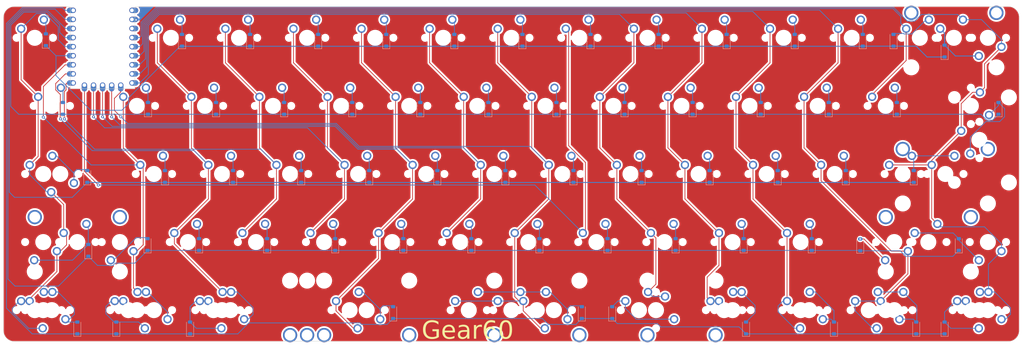
<source format=kicad_pcb>
(kicad_pcb (version 20221018) (generator pcbnew)
  (layers (0 "F.Cu" signal) (31 "B.Cu" signal) (34 "B.Paste" user) (35 "F.Paste" user) (36 "B.SilkS" user "B.Silkscreen") (37 "F.SilkS" user "F.Silkscreen") (38 "B.Mask" user) (39 "F.Mask" user) (44 "Edge.Cuts" user))
  (net 0 "")
  (net 1 "Net-(D1-A)")
  (net 2 "Net-(D3-A)")
  (net 3 "Net-(D4-A)")
  (net 4 "Net-(D5-A)")
  (net 5 "Net-(D6-A)")
  (net 6 "Net-(D7-A)")
  (net 7 "Net-(D8-A)")
  (net 8 "Net-(D9-A)")
  (net 9 "Net-(D10-A)")
  (net 10 "Net-(D11-A)")
  (net 11 "Net-(D12-A)")
  (net 12 "Net-(D13-A)")
  (net 13 "Net-(D14-A)")
  (net 14 "Net-(D15-A)")
  (net 15 "Net-(D17-A)")
  (net 16 "Net-(D18-A)")
  (net 17 "Net-(D19-A)")
  (net 18 "Net-(D20-A)")
  (net 19 "ROW0")
  (net 20 "Net-(D21-A)")
  (net 21 "ROW1")
  (net 22 "Net-(D22-A)")
  (net 23 "ROW2")
  (net 24 "Net-(D23-A)")
  (net 25 "ROW3")
  (net 26 "Net-(D24-A)")
  (net 27 "ROW4")
  (net 28 "Net-(D25-A)")
  (net 29 "COL0")
  (net 30 "Net-(D26-A)")
  (net 31 "COL1")
  (net 32 "Net-(D27-A)")
  (net 33 "COL2")
  (net 34 "Net-(D28-A)")
  (net 35 "COL3")
  (net 36 "Net-(D29-A)")
  (net 37 "COL4")
  (net 38 "Net-(D30-A)")
  (net 39 "COL5")
  (net 40 "Net-(D33-A)")
  (net 41 "COL6")
  (net 42 "Net-(D34-A)")
  (net 43 "COL7")
  (net 44 "Net-(D35-A)")
  (net 45 "COL8")
  (net 46 "Net-(D36-A)")
  (net 47 "COL9")
  (net 48 "Net-(D37-A)")
  (net 49 "COL10")
  (net 50 "Net-(D38-A)")
  (net 51 "COL12")
  (net 52 "Net-(D39-A)")
  (net 53 "COL13")
  (net 54 "Net-(D40-A)")
  (net 55 "COL14")
  (net 56 "Net-(D41-A)")
  (net 57 "COL11")
  (net 58 "Net-(D42-A)")
  (net 59 "Net-(D43-A)")
  (net 60 "Net-(D44-A)")
  (net 61 "Net-(D45-A)")
  (net 62 "Net-(D48-A)")
  (net 63 "Net-(D49-A)")
  (net 64 "Net-(D50-A)")
  (net 65 "Net-(D51-A)")
  (net 66 "Net-(D52-A)")
  (net 67 "Net-(D53-A)")
  (net 68 "Net-(D54-A)")
  (net 69 "Net-(D55-A)")
  (net 70 "Net-(D56-A)")
  (net 71 "Net-(D57-A)")
  (net 72 "Net-(D58-A)")
  (net 73 "Net-(D59-A)")
  (net 74 "Net-(D60-A)")
  (net 75 "Net-(D61-A)")
  (net 76 "Net-(D63-A)")
  (net 77 "Net-(D64-A)")
  (net 78 "Net-(D65-A)")
  (net 79 "Net-(D66-A)")
  (net 80 "Net-(D67-A)")
  (net 81 "Net-(D68-A)")
  (net 82 "Net-(D69-A)")
  (net 83 "Net-(D70-A)")
  (net 84 "Net-(D71-A)")
  (net 85 "Net-(D72-A)")
  (net 87 "GND")
  (footprint "PCM_marbastlib-mx:SW_MX_1u" (layer "F.Cu") (at 290.5125 100.0125 180)
    (fp_text reference "MX72" hide)
    (fp_text value "MX_SW_solder" hide)
  )
  (footprint "PCM_marbastlib-mx:SW_MX_1u" (layer "F.Cu") (at 242.8875 42.8625)
    (fp_text reference "MX28" hide)
    (fp_text value "MX_SW_solder" hide)
  )
  (footprint "PCM_marbastlib-mx:SW_MX_1.25u" (layer "F.Cu") (at 73.81875 100.0125)
    (fp_text reference "MX80" hide)
    (fp_text value "MX_SW_solder" hide)
  )
  (footprint "PCM_marbastlib-mx:SW_MX_1u" (layer "F.Cu") (at 90.4875 42.8625)
    (fp_text reference "MX20" hide)
    (fp_text value "MX_SW_solder" hide)
  )
  (footprint "PCM_marbastlib-mx:SW_MX_1u" (layer "F.Cu") (at 147.6375 42.8625)
    (fp_text reference "MX23" hide)
    (fp_text value "MX_SW_solder" hide)
  )
  (footprint "PCM_marbastlib-mx:SW_MX_1u" (layer "F.Cu") (at 164.30625 100.0125)
    (fp_text reference "MX67" hide)
    (fp_text value "MX_SW_solder" hide)
  )
  (footprint "PCM_marbastlib-mx:SW_MX_1u" (layer "F.Cu") (at 23.8125 23.8125)
    (fp_text reference "MX1" hide)
    (fp_text value "MX_SW_solder" hide)
  )
  (footprint "PCM_marbastlib-mx:SW_MX_1.25u" (layer "F.Cu") (at 26.19375 100.0125)
    (fp_text reference "MX82" hide)
    (fp_text value "MX_SW_solder" hide)
  )
  (footprint "PCM_marbastlib-mx:SW_MX_1u" (layer "F.Cu") (at 80.9625 23.8125)
    (fp_text reference "MX4" hide)
    (fp_text value "MX_SW_solder" hide)
  )
  (footprint "PCM_marbastlib-mx:SW_MX_1u" (layer "F.Cu") (at 176.2125 23.8125)
    (fp_text reference "MX9" hide)
    (fp_text value "MX_SW_solder" hide)
  )
  (footprint "PCM_marbastlib-mx:SW_MX_1u" (layer "F.Cu") (at 57.15 100.0125 180)
    (fp_text reference "MX64" hide)
    (fp_text value "MX_SW_solder" hide)
  )
  (footprint "PCM_marbastlib-mx:SW_MX_1u" (layer "F.Cu") (at 142.875 80.9625)
    (fp_text reference "MX54" hide)
    (fp_text value "MX_SW_solder" hide)
  )
  (footprint "PCM_marbastlib-mx:SW_MX_1u" (layer "F.Cu") (at 273.84375 80.9625)
    (fp_text reference "MX62" hide)
    (fp_text value "MX_SW_solder" hide)
  )
  (footprint "PCM_marbastlib-mx:SW_MX_1u" (layer "F.Cu") (at 119.0625 23.8125)
    (fp_text reference "MX6" hide)
    (fp_text value "MX_SW_solder" hide)
  )
  (footprint "PCM_marbastlib-mx:STAB_MX_P_2.25u" (layer "F.Cu") (at 278.60625 61.9125)
    (fp_text reference "S5" hide)
    (fp_text value "stb")
  )
  (footprint "PCM_marbastlib-mx:SW_MX_1.5u" (layer "F.Cu") (at 28.575 42.8625)
    (fp_text reference "MX17" hide)
    (fp_text value "MX_SW_solder" hide)
  )
  (footprint "PCM_marbastlib-mx:SW_MX_1u" (layer "F.Cu") (at 157.1625 23.8125)
    (fp_text reference "MX8" hide)
    (fp_text value "MX_SW_solder" hide)
  )
  (footprint "PCM_marbastlib-mx:SW_MX_1u" (layer "F.Cu") (at 180.975 80.9625)
    (fp_text reference "MX56" hide)
    (fp_text value "MX_SW_solder" hide)
  )
  (footprint "PCM_marbastlib-mx:SW_MX_1.25u" (layer "F.Cu") (at 240.50625 100.0125 180)
    (fp_text reference "MX77" hide)
    (fp_text value "MX_SW_solder" hide)
  )
  (footprint "PCM_marbastlib-mx:SW_MX_1u" (layer "F.Cu") (at 223.8375 42.8625)
    (fp_text reference "MX27" hide)
    (fp_text value "MX_SW_solder" hide)
  )
  (footprint "PCM_marbastlib-mx:SW_MX_1u" (layer "F.Cu") (at 171.45 61.9125)
    (fp_text reference "MX40" hide)
    (fp_text value "MX_SW_solder" hide)
  )
  (footprint "PCM_marbastlib-mx:SW_MX_1u" (layer "F.Cu") (at 52.3875 42.8625)
    (fp_text reference "MX18" hide)
    (fp_text value "MX_SW_solder" hide)
  )
  (footprint "PCM_marbastlib-mx:SW_MX_1u" (layer "F.Cu") (at 278.60625 61.9125)
    (fp_text reference "MX45" hide)
    (fp_text value "MX_SW_solder" hide)
  )
  (footprint "PCM_marbastlib-mx:SW_MX_1u" (layer "F.Cu") (at 209.55 61.9125)
    (fp_text reference "MX42" hide)
    (fp_text value "MX_SW_solder" hide)
  )
  (footprint "PCM_marbastlib-mx:STAB_MX_P_2u" (layer "F.Cu") (at 280.9875 23.8125)
    (fp_text reference "S7" hide)
    (fp_text value "stb" hide)
  )
  (footprint "PCM_marbastlib-mx:SW_MX_1u" (layer "F.Cu") (at 169.06875 100.0125 180)
    (fp_text reference "MX88" hide)
    (fp_text value "MX_SW_solder" hide)
  )
  (footprint "PCM_marbastlib-mx:SW_MX_1u" (layer "F.Cu") (at 228.6 61.9125)
    (fp_text reference "MX43" hide)
    (fp_text value "MX_SW_solder" hide)
  )
  (footprint "PCM_marbastlib-mx:SW_MX_1u" (layer "F.Cu") (at 195.2625 23.8125)
    (fp_text reference "MX10" hide)
    (fp_text value "MX_SW_solder" hide)
  )
  (footprint "PCM_marbastlib-mx:SW_MX_1u" (layer "F.Cu") (at 219.075 100.0125)
    (fp_text reference "MX69" hide)
    (fp_text value "MX_SW_solder" hide)
  )
  (footprint "PCM_marbastlib-mx:SW_MX_1u" (layer "F.Cu") (at 214.3125 23.8125)
    (fp_text reference "MX11" hide)
    (fp_text value "MX_SW_solder" hide)
  )
  (footprint "PCM_marbastlib-mx:SW_MX_1u" (layer "F.Cu") (at 185.7375 42.8625)
    (fp_text reference "MX25" hide)
    (fp_text value "MX_SW_solder" hide)
  )
  (footprint "PCM_marbastlib-mx:SW_MX_1u" (layer "F.Cu") (at 95.25 61.9125)
    (fp_text reference "MX36" hide)
    (fp_text value "MX_SW_solder" hide)
  )
  (footprint "PCM_marbastlib-mx:SW_MX_1u" (layer "F.Cu") (at 261.9375 42.8625)
    (fp_text reference "MX29" hide)
    (fp_text value "MX_SW_solder" hide)
  )
  (footprint "PCM_marbastlib-mx:SW_MX_1u" (layer "F.Cu") (at 219.075 80.9625)
    (fp_text reference "MX58" hide)
    (fp_text value "MX_SW_solder" hide)
  )
  (footprint "PCM_marbastlib-mx:SW_MX_1.25u" (layer "F.Cu") (at 264.31875 100.0125)
    (fp_text reference "MX86" hide)
    (fp_text value "MX_SW_solder" hide)
  )
  (footprint "PCM_marbastlib-mx:STAB_MX_P_2.25u" (layer "F.Cu") (at 35.71875 80.9625)
    (fp_text reference "S1" hide)
    (fp_text value "stb")
  )
  (footprint "PCM_marbastlib-mx:SW_MX_1.25u" (layer "F.Cu") (at 216.69375 100.0125)
    (fp_text reference "MX84" hide)
    (fp_text value "MX_SW_solder" hide)
  )
  (footprint "PCM_marbastlib-mx:SW_MX_1u" (layer "F.Cu") (at 85.725 80.9625)
    (fp_text reference "MX51" hide)
    (fp_text value "MX_SW_solder" hide)
  )
  (footprint "PCM_marbastlib-mx:SW_MX_1u" (layer "F.Cu") (at 111.91875 100.0125)
    (fp_text reference "MX87" hide)
    (fp_text value "MX_SW_solder" hide)
  )
  (footprint "PCM_marbastlib-mx:STAB_MX_P_2.75u" (layer "F.Cu") (at 273.84375 80.9625)
    (fp_text reference "S6" hide)
    (fp_text value "stb")
  )
  (footprint "PCM_marbastlib-mx:SW_MX_1u" (layer "F.Cu") (at 157.1625 100.0125)
    (fp_text reference "MX76" hide)
    (fp_text value "MX_SW_solder" hide)
  )
  (footprint "PCM_marbastlib-mx:SW_MX_1.5u" (layer "F.Cu") (at 285.75 100.0125)
    (fp_text reference "MX79" hide)
    (fp_text value "MX_SW_solder" hide)
  )
  (footprint "PCM_marbastlib-mx:SW_MX_1u" (layer "F.Cu") (at 238.125 100.0125)
    (fp_text reference "MX70" hide)
    (fp_text value "MX_SW_solder" hide)
  )
  (footprint "PCM_marbastlib-mx:SW_MX_1u" (layer "F.Cu") (at 123.825 80.9625)
    (fp_text reference "MX53" hide)
    (fp_text value "MX_SW_solder" hide)
  )
  (footprint "PCM_marbastlib-mx:SW_MX_1u" (layer "F.Cu") (at 290.5125 23.8125 180)
    (fp_text reference "MX15" hide)
    (fp_text value "MX_SW_solder" hide)
  )
  (footprint "PCM_marbastlib-mx:SW_MX_1u" (layer "F.Cu") (at 71.4375 42.8625)
    (fp_text reference "MX19" hide)
    (fp_text value "MX_SW_solder" hide)
  )
  (footprint "PCM_marbastlib-mx:STAB_MX_P_2.75u" (layer "F.Cu") (at 116.68125 100.0125 180)
    (fp_text reference "S2" hide)
    (fp_text value "stb")
  )
  (footprint "PCM_marbastlib-mx:STAB_MX_P_2.25u" (layer "F.Cu") (at 164.30625 100.0125 180)
    (fp_text reference "S3" hide)
    (fp_text value "stb")
  )
  (footprint "PCM_marbastlib-mx:STAB_MX_P_6.25u" (layer "F.Cu") (at 145.25625 100.0125 180)
    (fp_text reference "S8" hide)
    (fp_text value "stb")
  )
  (footprint "PCM_marbastlib-mx:SW_MX_1u" (layer "F.Cu") (at 257.175 100.0125)
    (fp_text reference "MX71" hide)
    (fp_text value "MX_SW_solder" hide)
  )
  (footprint "PCM_marbastlib-mx:SW_MX_1u" (layer "F.Cu") (at 192.88125 100.0125)
    (fp_text reference "MX89" hide)
    (fp_text value "MX_SW_solder" hide)
  )
  (footprint "PCM_marbastlib-mx:SW_MX_1.25u" (layer "F.Cu") (at 50.00625 100.0125)
    (fp_text reference "MX81" hide)
    (fp_text value "MX_SW_solder" hide)
  )
  (footprint "PCM_marbastlib-mx:SW_MX_1u" (layer "F.Cu") (at 190.5 61.9125)
    (fp_text reference "MX41" hide)
    (fp_text value "MX_SW_solder" hide)
  )
  (footprint "PCM_marbastlib-mx:SW_MX_1.5u" (layer "F.Cu") (at 285.75 42.8625 -90)
    (fp_text reference "MX30" hide)
    (fp_text value "MX_SW_solder" hide)
  )
  (footprint "PCM_marbastlib-mx:SW_MX_1u" (layer "F.Cu") (at 145.25625 100.0125)
    (fp_text reference "MX83" hide)
    (fp_text value "MX_SW_solder" hide)
  )
  (footprint "PCM_marbastlib-mx:SW_MX_1u" (layer "F.Cu") (at 76.2 61.9125)
    (fp_text reference "MX35" hide)
    (fp_text value "MX_SW_solder" hide)
  )
  (footprint "PCM_marbastlib-mx:SW_MX_1u" (layer "F.Cu") (at 133.35 61.9125)
    (fp_text reference "MX38" hide)
    (fp_text value "MX_SW_solder" hide)
  )
  (footprint "PCM_marbastlib-mx:SW_MX_1.75u" (layer "F.Cu") (at 264.31875 80.9625 180)
    (fp_text reference "MX60" hide)
    (fp_text value "MX_SW_solder" hide)
  )
  (footprint "PCM_marbastlib-mx:SW_MX_1u" (layer "F.Cu") (at 200.025 80.9625)
    (fp_text reference "MX57" hide)
    (fp_text value "MX_SW_solder" hide)
  )
  (footprint "PCM_marbastlib-mx:SW_MX_1u" (layer "F.Cu") (at 247.65 61.9125)
    (fp_text reference "MX44" hide)
    (fp_text value "MX_SW_solder" hide)
  )
  (footprint "PCM_marbastlib-mx:SW_MX_1.75u" (layer "F.Cu") (at 30.95625 61.9125 180)
    (fp_text reference "MX33" hide)
    (fp_text value "MX_SW_solder" hide)
  )
  (footprint "PCM_marbastlib-mx:SW_MX_1u" (layer "F.Cu") (at 280.9875 23.8125)
    (fp_text reference "MX16" hide)
    (fp_text value "MX_SW_solder" hide)
  )
  (footprint "PCM_marbastlib-mx:STAB_MX_ISO" (layer "F.Cu") (at 288.1313 52.3875)
    (fp_text reference "S9" hide)
    (fp_text value "stb")
  )
  (footprint "PCM_marbastlib-mx:SW_MX_1u" (layer "F.Cu") (at 61.9125 23.8125)
    (fp_text reference "MX3" hide)
    (fp_text value "MX_SW_solder" hide)
  )
  (footprint "PCM_marbastlib-mx:SW_MX_1u" (layer "F.Cu") (at 152.4 61.9125)
    (fp_text reference "MX39" hide)
    (fp_text value "MX_SW_solder" hide)
  )
  (footprint "PCM_marbastlib-mx:SW_MX_1u" (layer "F.Cu") (at 35.71875 80.9625)
    (fp_text reference "MX47" hide)
    (fp_text value "MX_SW_solder" hide)
  )
  (footprint "PCM_marbastlib-mx:SW_MX_1.5u" (layer "F.Cu") (at 76.2 100.0125)
    (fp_text reference "MX75" hide)
    (fp_text value "MX_SW_solder" hide)
  )
  (footprint "PCM_marbastlib-mx:SW_MX_1u" (layer "F.Cu") (at 161.925 80.9625)
    (fp_text reference "MX55" hide)
    (fp_text value "MX_SW_solder" hide)
  )
  (footprint "PCM_marbastlib-mx:SW_MX_1u" (layer "F.Cu") (at 252.4125 23.8125)
    (fp_text reference "MX13" hide)
    (fp_text value "MX_SW_solder" hide)
  )
  (footprint "PCM_marbastlib-mx:SW_MX_1u" (layer "F.Cu") (at 266.7 61.9125)
    (fp_text reference "MX46" hide)
    (fp_text value "MX_SW_solder" hide)
  )
  (footprint "PCM_marbastlib-mx:SW_MX_1.25u" (layer "F.Cu") (at 197.64375 100.0125 -90)
    (fp_text reference "MX68" hide)
    (fp_text value "MX_SW_solder" hide)
  )
  (footprint "PCM_marbastlib-mx:SW_MX_1u" (layer "F.Cu") (at 109.5375 42.8625)
    (fp_text reference "MX21" hide)
    (fp_text value "MX_SW_solder" hide)
  )
  (footprint "PCM_marbastlib-mx:SW_MX_1.75u_STP_1.25" (layer "F.Cu") (at 26.19375 61.9125)
    (fp_text reference "MX32" hide)
    (fp_text value "MX_SW_solder" hide)
  )
  (footprint "PCM_marbastlib-mx:SW_MX_1u" (layer "F.Cu") (at 261.9375 100.0125 180)
    (fp_text reference "MX78" hide)
    (fp_text value "MX_SW_solder" hide)
  )
  (footprint "PCM_marbastlib-mx:SW_MX_1.5u" (layer "F.Cu") (at 28.575 100.0125 180)
    (fp_text reference "MX73" hide)
    (fp_text value "MX_SW_solder" hide)
  )
  (footprint "PCM_marbastlib-mx:STAB_MX_P_7u" (layer "F.Cu") (at 157.1625 100.0125 180)
    (fp_text reference "S4" hide)
    (fp_text value "stb")
  )
  (footprint "PCM_marbastlib-mx:SW_MX_1.25u" (layer "F.Cu") (at 26.19375 80.9625 180)
    (fp_text reference "MX48" hide)
    (fp_text value "MX_SW_solder" hide)
  )
  (footprint "PCM_marbastlib-mx:SW_MX_1u" (layer "F.Cu") (at 138.1125 23.8125)
    (fp_text reference "MX7" hide)
    (fp_text value "MX_SW_solder" hide)
  )
  (footprint "PCM_marbastlib-mx:SW_MX_1u" (layer "F.Cu") (at 271.4625 23.8125)
    (fp_text reference "MX14" hide)
    (fp_text value "MX_SW_solder" hide)
  )
  (footprint "PCM_marbastlib-mx:SW_MX_1u" (layer "F.Cu") (at 116.68125 100.0125 180)
    (fp_text reference "MX66" hide)
    (fp_text value "MX_SW_solder" hide)
  )
  (footprint "PCM_marbastlib-mx:SW_MX_1u" (layer "F.Cu") (at 100.0125 23.8125)
    (fp_text reference "MX5" hide)
    (fp_text value "MX_SW_solder" hide)
  )
  (footprint "PCM_marbastlib-mx:SW_MX_1u" (layer "F.Cu") (at 66.675 80.9625)
    (fp_text reference "MX50" hide)
    (fp_text value "MX_SW_solder" hide)
  )
  (footprint "PCM_marbastlib-mx:SW_MX_1.25u" (layer "F.Cu") (at 288.13125 100.0125)
    (fp_text reference "MX85" hide)
    (fp_text value "MX_SW_solder" hide)
  )
  (footprint "PCM_marbastlib-mx:SW_MX_1u" (layer "F.Cu") (at 290.5125 80.9625 180)
    (fp_text reference "MX61" hide)
    (fp_text value "MX_SW_solder" hide)
  )
  (footprint "PCM_marbastlib-mx:SW_MX_1u" (layer "F.Cu") (at 52.3875 100.0125)
    (fp_text reference "MX74" hide)
    (fp_text value "MX_SW_solder" hide)
  )
  (footprint "PCM_marbastlib-mx:SW_MX_1u" (layer "F.Cu") (at 204.7875 42.8625)
    (fp_text reference "MX26" hide)
    (fp_text value "MX_SW_solder" hide)
  )
  (footprint "PCM_marbastlib-mx:SW_MX_1u" (layer "F.Cu") (at 57.15 61.9125)
    (fp_text reference "MX34" hide)
    (fp_text value "MX_SW_solder" hide)
  )
  (footprint "PCM_marbastlib-mx:SW_MX_1u" (layer "F.Cu") (at 238.125 80.9625)
    (fp_text reference "MX59" hide)
    (fp_text value "MX_SW_solder" hide)
  )
  (footprint "PCM_marbastlib-mx:SW_MX_1u" (layer "F.Cu") (at 47.625 80.9625 180)
    (fp_text reference "MX49" hide)
    (fp_text value "MX_SW_solder" hide)
  )
  (footprint "PCM_marbastlib-mx:SW_MX_1u" (layer "F.Cu") (at 114.3 61.9125)
    (fp_text reference "MX37" hide)
    (fp_text value "MX_SW_solder" hide)
  )
  (footprint "PCM_marbastlib-mx:SW_MX_1.25u" (layer "F.Cu") (at 78.58125 100.0125 180)
    (fp_text reference "MX65" hide)
    (fp_text value "MX_SW_solder" hide)
  )
  (footprint "PCM_marbastlib-mx:SW_MX_1u" (layer "F.Cu") (at 104.775 80.9625)
    (fp_text reference "MX52" hide)
    (fp_text value "MX_SW_solder" hide)
  )
  (footprint "PCM_marbastlib-mx:SW_MX_1u" (layer "F.Cu") (at 166.6875 42.8625)
    (fp_text reference "MX24" hide)
    (fp_text value "MX_SW_solder" hide)
  )
  (footprint "PCM_marbastlib-mx:SW_MX_1u" (layer "F.Cu") (at 288.1313 52.3875 90)
    (fp_text reference "MX31" hide)
    (fp_text value "MX_SW_solder" hide)
  )
  (footprint "PCM_marbastlib-mx:SW_MX_1u" (layer "F.Cu") (at 233.3625 23.8125)
    (fp_text reference "MX12" hide)
    (fp_text value "MX_SW_solder" hide)
  )
  (footprint "PCM_marbastlib-mx:SW_MX_1u" (layer "F.Cu") (at 128.5875 42.8625)
    (fp_text reference "MX22" hide)
    (fp_text value "MX_SW_solder" hide)
  )
  (footprint "PCM_marbastlib-mx:SW_MX_1u" (layer "F.Cu") (at 23.8125 100.0125)
    (fp_text reference "MX63" hide)
    (fp_text value "MX_SW_solder" hide)
  )
  (footprint "Diode_SMD:D_SOD-123" (layer "B.Cu") (at 55.35625 81.655674 90)
    (fp_text reference "D49" hide)
    (fp_text value "D_Small" hide)
  )
  (footprint "Diode_SMD:D_SOD-123" (layer "B.Cu") (at 93.590301 43.555674 90)
    (fp_text reference "D20" hide)
    (fp_text value "D_Small" hide)
  )
  (footprint "Diode_SMD:D_SOD-123" (layer "B.Cu") (at 176.8875 100.705674 90)
    (fp_text reference "D67" hide)
    (fp_text value "D_Small" hide)
  )
  (footprint "Diode_SMD:D_SOD-123" (layer "B.Cu") (at 74.540301 43.555674 90)
    (fp_text reference "D19" hide)
    (fp_text value "D_Small" hide)
  )
  (footprint "Diode_SMD:D_SOD-123" (layer "B.Cu") (at 282.36875 81.655674 90)
    (fp_text reference "D61" hide)
    (fp_text value "D_Small" hide)
  )
  (footprint "Diode_SMD:D_SOD-123" (layer "B.Cu") (at 67.2625 105 90)
    (fp_text reference "D65" hide)
    (fp_text value "D_Small" hide)
  )
  (footprint "Diode_SMD:D_SOD-123" (layer "B.Cu") (at 124.084051 100.705674 90)
    (fp_text reference "D66" hide)
    (fp_text value "D_Small" hide)
  )
  (footprint "Diode_SMD:D_SOD-123" (layer "B.Cu") (at 26.912 24.34375 90)
    (fp_text reference "D1" hide)
    (fp_text value "D_Small" hide)
  )
  (footprint "Diode_SMD:D_SOD-123" (layer "B.Cu") (at 165.027801 81.655674 90)
    (fp_text reference "D55" hide)
    (fp_text value "D_Small" hide)
  )
  (footprint "Diode_SMD:D_SOD-123" (layer "B.Cu") (at 245.990301 43.555674 90)
    (fp_text reference "D28" hide)
    (fp_text value "D_Small" hide)
  )
  (footprint "Diode_SMD:D_SOD-123" (layer "B.Cu") (at 203.127801 81.655674 90)
    (fp_text reference "D57" hide)
    (fp_text value "D_Small" hide)
  )
  (footprint "Diode_SMD:D_SOD-123" (layer "B.Cu") (at 98.352801 62.605674 90)
    (fp_text reference "D36" hide)
    (fp_text value "D_Small" hide)
  )
  (footprint "Diode_SMD:D_SOD-123" (layer "B.Cu") (at 122.165301 24.505674 90)
    (fp_text reference "D6" hide)
    (fp_text value "D_Small" hide)
  )
  (footprint "Diode_SMD:D_SOD-123" (layer "B.Cu") (at 131.690301 43.555674 90)
    (fp_text reference "D22" hide)
    (fp_text value "D_Small" hide)
  )
  (footprint "Diode_SMD:D_SOD-123" (layer "B.Cu") (at 264.1125 24.505674 90)
    (fp_text reference "D14" hide)
    (fp_text value "D_Small" hide)
  )
  (footprint "Diode_SMD:D_SOD-123" (layer "B.Cu") (at 169.790301 43.555674 90)
    (fp_text reference "D24" hide)
    (fp_text value "D_Small" hide)
  )
  (footprint "Diode_SMD:D_SOD-123" (layer "B.Cu") (at 212.652801 62.605674 90)
    (fp_text reference "D42" hide)
    (fp_text value "D_Small" hide)
  )
  (footprint "Diode_SMD:D_SOD-123" (layer "B.Cu") (at 222.177801 81.655674 90)
    (fp_text reference "D58" hide)
    (fp_text value "D_Small" hide)
  )
  (footprint "Diode_SMD:D_SOD-123" (layer "B.Cu") (at 217.415301 24.505674 90)
    (fp_text reference "D11" hide)
    (fp_text value "D_Small" hide)
  )
  (footprint "Diode_SMD:D_SOD-123" (layer "B.Cu") (at 145.977801 81.655674 90)
    (fp_text reference "D54" hide)
    (fp_text value "D_Small" hide)
  )
  (footprint "Diode_SMD:D_SOD-123" (layer "B.Cu") (at 174.552801 62.605674 90)
    (fp_text reference "D40" hide)
    (fp_text value "D_Small" hide)
  )
  (footprint "Diode_SMD:D_SOD-123" (layer "B.Cu") (at 88.827801 81.655674 90)
    (fp_text reference "D51" hide)
    (fp_text value "D_Small" hide)
  )
  (footprint "Diode_SMD:D_SOD-123" (layer "B.Cu") (at 231.702801 62.605674 90)
    (fp_text reference "D43" hide)
    (fp_text value "D_Small" hide)
  )
  (footprint "Diode_SMD:D_SOD-123" (layer "B.Cu") (at 65.015301 24.505674 90)
    (fp_text reference "D3" hide)
    (fp_text value "D_Small" hide)
  )
  (footprint "Diode_SMD:D_SOD-123" (layer "B.Cu") (at 69.777801 81.655674 90)
    (fp_text reference "D50" hide)
    (fp_text value "D_Small" hide)
  )
  (footprint "Diode_SMD:D_SOD-123" (layer "B.Cu") (at 270.4625 105 90)
    (fp_text reference "D71" hide)
    (fp_text value "D_Small" hide)
  )
  (footprint "Diode_SMD:D_SOD-123" (layer "B.Cu") (at 247.44375 105 90)
    (fp_text reference "D70" hide)
    (fp_text value "D_Small" hide)
  )
  (footprint "Diode_SMD:D_SOD-123" (layer "B.Cu") (at 55.490301 43.555674 90)
    (fp_text reference "D18" hide)
    (fp_text value "D_Small" hide)
  )
  (footprint "Diode_SMD:D_SOD-123" (layer "B.Cu") (at 207.890301 43.555674 90)
    (fp_text reference "D26" hide)
    (fp_text value "D_Small" hide)
  )
  (footprint "Diode_SMD:D_SOD-123" (layer "B.Cu") (at 193.602801 62.605674 90)
    (fp_text reference "D41" hide)
    (fp_text value "D_Small" hide)
  )
  (footprint "Diode_SMD:D_SOD-123" (layer "B.Cu") (at 112.640301 43.555674 90)
    (fp_text reference "D21" hide)
    (fp_text value "D_Small" hide)
  )
  (footprint "Diode_SMD:D_SOD-123" (layer "B.Cu") (at 79.302801 62.605674 90)
    (fp_text reference "D35" hide)
    (fp_text value "D_Small" hide)
  )
  (footprint "Diode_SMD:D_SOD-123" (layer "B.Cu") (at 136.452801 62.605674 90)
    (fp_text reference "D38" hide)
    (fp_text value "D_Small" hide)
  )
  (footprint "Diode_SMD:D_SOD-123" (layer "B.Cu") (at 278.4 105 90)
    (fp_text reference "D72" hide)
    (fp_text value "D_Small" hide)
  )
  (footprint "Diode_SMD:D_SOD-123" (layer "B.Cu") (at 160.265301 24.505674 90)
    (fp_text reference "D8" hide)
    (fp_text value "D_Small" hide)
  )
  (footprint "Diode_SMD:D_SOD-123" (layer "B.Cu") (at 150.740301 43.555674 90)
    (fp_text reference "D23" hide)
    (fp_text value "D_Small" hide)
  )
  (footprint "Diode_SMD:D_SOD-123" (layer "B.Cu") (at 103.115301 24.505674 90)
    (fp_text reference "D5" hide)
    (fp_text value "D_Small" hide)
  )
  (footprint "Diode_SMD:D_SOD-123" (layer "B.Cu") (at 38.5 62.605674 90)
    (fp_text reference "D33" hide)
    (fp_text value "D_Small" hide)
  )
  (footprint "Diode_SMD:D_SOD-123" (layer "B.Cu") (at 31.6875 43.555674 90)
    (fp_text reference "D17" hide)
    (fp_text value "D_Small" hide)
  )
  (footprint "Diode_SMD:D_SOD-123" (layer "B.Cu") (at 155.502801 62.605674 90)
    (fp_text reference "D39" hide)
    (fp_text value "D_Small" hide)
  )
  (footprint "Diode_SMD:D_SOD-123" (layer "B.Cu") (at 117.402801 62.605674 90)
    (fp_text reference "D37" hide)
    (fp_text value "D_Small" hide)
  )
  (footprint "Diode_SMD:D_SOD-123" (layer "B.Cu") (at 254.79375 81.75625 90)
    (fp_text reference "D60" hide)
    (fp_text value "D_Small" hide)
  )
  (footprint "Diode_SMD:D_SOD-123" (layer "B.Cu") (at 255.515301 24.505674 90)
    (fp_text reference "D13" hide)
    (fp_text value "D_Small" hide)
  )
  (footprint "Diode_SMD:D_SOD-123" (layer "B.Cu") (at 185.3875 100.705674 90)
    (fp_text reference "D68" hide)
    (fp_text value "D_Small" hide)
  )
  (footprint "Diode_SMD:D_SOD-123" (layer "B.Cu") (at 188.840301 43.555674 90)
    (fp_text reference "D25" hide)
    (fp_text value "D_Small" hide)
  )
  (footprint "Diode_SMD:D_SOD-123" (layer "B.Cu") (at 241.227801 81.655674 90)
    (fp_text reference "D59" hide)
    (fp_text value "D_Small" hide)
  )
  (footprint "Diode_SMD:D_SOD-123" (layer "B.Cu") (at 265.040301 43.555674 90)
    (fp_text reference "D29" hide)
    (fp_text value "D_Small" hide)
  )
  (footprint "Diode_SMD:D_SOD-123" (layer "B.Cu") (at 293.48125 43.555674 90)
    (fp_text reference "D30" hide)
    (fp_text value "D_Small" hide)
  )
  (footprint "Diode_SMD:D_SOD-123" (layer "B.Cu") (at 60.252801 62.605674 90)
    (fp_text reference "D34" hide)
    (fp_text value "D_Small" hide)
  )
  (footprint "Diode_SMD:D_SOD-123" (layer "B.Cu") (at 278.4 27.51875 90)
    (fp_text reference "D15" hide)
    (fp_text value "D_Small" hide)
  )
  (footprint "Diode_SMD:D_SOD-123" (layer "B.Cu") (at 226.940301 43.555674 90)
    (fp_text reference "D27" hide)
    (fp_text value "D_Small" hide)
  )
  (footprint "Diode_SMD:D_SOD-123" (layer "B.Cu") (at 179.315301 24.505674 90)
    (fp_text reference "D9" hide)
    (fp_text value "D_Small" hide)
  )
  (footprint "Diode_SMD:D_SOD-123" (layer "B.Cu") (at 126.927801 81.655674 90)
    (fp_text reference "D53" hide)
    (fp_text value "D_Small" hide)
  )
  (footprint "Diode_SMD:D_SOD-123" (layer "B.Cu") (at 84.065301 24.505674 90)
    (fp_text reference "D4" hide)
    (fp_text value "D_Small" hide)
  )
  (footprint "Diode_SMD:D_SOD-123" (layer "B.Cu") (at 236.465301 24.505674 90)
    (fp_text reference "D12" hide)
    (fp_text value "D_Small" hide)
  )
  (footprint "Diode_SMD:D_SOD-123" (layer "B.Cu") (at 46.625 105 90)
    (fp_text reference "D64" hide)
    (fp_text value "D_Small" hide)
  )
  (footprint "mcu:rp2040-zero-tht-new_long" (layer "B.Cu") (at 42.7875 26.2875 180)
    (fp_text reference "U1" hide)
    (fp_text value "rp2040-zero" hide)
  )
  (footprint "Diode_SMD:D_SOD-123" (layer "B.Cu") (at 35.71875 105 90)
    (fp_text reference "D63" hide)
    (fp_text value "D_Small" hide)
  )
  (footprint "Diode_SMD:D_SOD-123" (layer "B.Cu") (at 198.365301 24.505674 90)
    (fp_text reference "D10" hide)
    (fp_text value "D_Small" hide)
  )
  (footprint "Diode_SMD:D_SOD-123" (layer "B.Cu") (at 222.8375 105 90)
    (fp_text reference "D69" hide)
    (fp_text value "D_Small" hide)
  )
  (footprint "Diode_SMD:D_SOD-123" (layer "B.Cu") (at 269.770309 62.611217 90)
    (fp_text reference "D45" hide)
    (fp_text value "D_Small" hide)
  )
  (footprint "Diode_SMD:D_SOD-123" (layer "B.Cu") (at 184.077801 81.655674 90)
    (fp_text reference "D56" hide)
    (fp_text value "D_Small" hide)
  )
  (footprint "Diode_SMD:D_SOD-123" (layer "B.Cu") (at 107.877801 81.655674 90)
    (fp_text reference "D52" hide)
    (fp_text value "D_Small" hide)
  )
  (footprint "Diode_SMD:D_SOD-123" (layer "B.Cu") (at 250.752801 62.605674 90)
    (fp_text reference "D44" hide)
    (fp_text value "D_Small" hide)
  )
  (footprint "Diode_SMD:D_SOD-123" (layer "B.Cu") (at 141.215301 24.505674 90)
    (fp_text reference "D7" hide)
    (fp_text value "D_Small" hide)
  )
  (footprint "Diode_SMD:D_SOD-123" (layer "B.Cu") (at 38.7875 83.2875 90)
    (fp_text reference "D48" hide)
    (fp_text value "D_Small" hide)
  )
  (gr_line (start 299.24375 18.08125) (end 299.24375 105.74375) (stroke (width 0.1)) (layer "Edge.Cuts"))
  (gr_arc (start 15.08125 18.08125) (mid 15.95993 15.95993) (end 18.08125 15.08125) (stroke (width 0.1)) (layer "Edge.Cuts"))
  (gr_line (start 51.8375 38.0875) (end 51.8375 15.0875) (stroke (width 0.1)) (layer "Edge.Cuts"))
  (gr_arc (start 296.24375 15.08125) (mid 298.36507 15.95993) (end 299.24375 18.08125) (stroke (width 0.1)) (layer "Edge.Cuts"))
  (gr_line (start 15.08125 105.74375) (end 15.08125 18.08125) (stroke (width 0.1)) (layer "Edge.Cuts"))
  (gr_line (start 33.7375 38.0875) (end 51.8375 38.0875) (stroke (width 0.1)) (layer "Edge.Cuts"))
  (gr_line (start 51.8375 15.0875) (end 296.24375 15.08125) (stroke (width 0.1)) (layer "Edge.Cuts"))
  (gr_line (start 33.7375 38.0875) (end 33.7375 15.0875) (stroke (width 0.1)) (layer "Edge.Cuts"))
  (gr_line (start 18.08125 15.08125) (end 33.7375 15.08125) (stroke (width 0.1)) (layer "Edge.Cuts"))
  (gr_line (start 296.24375 108.74375) (end 18.08125 108.74375) (stroke (width 0.1)) (layer "Edge.Cuts"))
  (gr_arc (start 18.08125 108.74375) (mid 15.95993 107.86507) (end 15.08125 105.74375) (stroke (width 0.1)) (layer "Edge.Cuts"))
  (gr_arc (start 299.24375 105.74375) (mid 298.365056 107.865056) (end 296.24375 108.74375) (stroke (width 0.1)) (layer "Edge.Cuts"))
  (gr_text "Gear60" (at 132.044263 108.860828) (layer "F.SilkS") (effects (font (size 5 5) (thickness 0.5)) (justify left bottom)))
  (segment (start 26.912 22.69375) (end 26.912 19.292) (width 0.2) (layer "B.Cu") (net 1))
  (segment (start 26.912 19.292) (end 26.3525 18.7325) (width 0.2) (layer "B.Cu") (net 1))
  (segment (start 65.015301 22.855674) (end 65.015301 19.295301) (width 0.2) (layer "B.Cu") (net 2))
  (segment (start 65.015301 19.295301) (end 64.4525 18.7325) (width 0.2) (layer "B.Cu") (net 2))
  (segment (start 84.065301 19.295301) (end 83.5025 18.7325) (width 0.2) (layer "B.Cu") (net 3))
  (segment (start 84.065301 22.855674) (end 84.065301 19.295301) (width 0.2) (layer "B.Cu") (net 3))
  (segment (start 103.115301 22.855674) (end 103.115301 19.295301) (width 0.2) (layer "B.Cu") (net 4))
  (segment (start 103.115301 19.295301) (end 102.5525 18.7325) (width 0.2) (layer "B.Cu") (net 4))
  (segment (start 122.165301 22.855674) (end 122.165301 19.295301) (width 0.2) (layer "B.Cu") (net 5))
  (segment (start 122.165301 19.295301) (end 121.6025 18.7325) (width 0.2) (layer "B.Cu") (net 5))
  (segment (start 141.215301 22.855674) (end 141.215301 19.295301) (width 0.2) (layer "B.Cu") (net 6))
  (segment (start 141.215301 19.295301) (end 140.6525 18.7325) (width 0.2) (layer "B.Cu") (net 6))
  (segment (start 160.265301 22.855674) (end 160.265301 19.295301) (width 0.2) (layer "B.Cu") (net 7))
  (segment (start 160.265301 19.295301) (end 159.7025 18.7325) (width 0.2) (layer "B.Cu") (net 7))
  (segment (start 179.315301 19.295301) (end 178.7525 18.7325) (width 0.2) (layer "B.Cu") (net 8))
  (segment (start 179.315301 22.855674) (end 179.315301 19.295301) (width 0.2) (layer "B.Cu") (net 8))
  (segment (start 198.365301 19.295301) (end 197.8025 18.7325) (width 0.2) (layer "B.Cu") (net 9))
  (segment (start 198.365301 22.855674) (end 198.365301 19.295301) (width 0.2) (layer "B.Cu") (net 9))
  (segment (start 217.415301 19.295301) (end 216.8525 18.7325) (width 0.2) (layer "B.Cu") (net 10))
  (segment (start 217.415301 22.855674) (end 217.415301 19.295301) (width 0.2) (layer "B.Cu") (net 10))
  (segment (start 236.465301 22.855674) (end 236.465301 19.295301) (width 0.2) (layer "B.Cu") (net 11))
  (segment (start 236.465301 19.295301) (end 235.9025 18.7325) (width 0.2) (layer "B.Cu") (net 11))
  (segment (start 255.515301 22.855674) (end 255.515301 19.295301) (width 0.2) (layer "B.Cu") (net 12))
  (segment (start 255.515301 19.295301) (end 254.9525 18.7325) (width 0.2) (layer "B.Cu") (net 12))
  (segment (start 269.230113 22.730112) (end 273.227725 18.7325) (width 0.2) (layer "B.Cu") (net 13))
  (segment (start 267.061236 22.730112) (end 269.230113 22.730112) (width 0.2) (layer "B.Cu") (net 13))
  (segment (start 273.227725 18.7325) (end 274.0025 18.7325) (width 0.2) (layer "B.Cu") (net 13))
  (segment (start 266.918624 22.5875) (end 267.061236 22.730112) (width 0.2) (layer "B.Cu") (net 13))
  (segment (start 264.380674 22.5875) (end 266.918624 22.5875) (width 0.2) (layer "B.Cu") (net 13))
  (segment (start 264.1125 22.855674) (end 264.380674 22.5875) (width 0.2) (layer "B.Cu") (net 13))
  (segment (start 278.4 22.495) (end 277.1775 21.2725) (width 0.25) (layer "B.Cu") (net 14))
  (segment (start 281.42375 28.8925) (end 287.9725 28.8925) (width 0.25) (layer "B.Cu") (net 14))
  (segment (start 278.4 25.86875) (end 278.4 22.495) (width 0.25) (layer "B.Cu") (net 14))
  (segment (start 278.4 25.86875) (end 281.42375 28.8925) (width 0.25) (layer "B.Cu") (net 14))
  (segment (start 31.6875 38.355) (end 31.115 37.7825) (width 0.2) (layer "B.Cu") (net 15))
  (segment (start 31.6875 41.905674) (end 31.6875 38.355) (width 0.2) (layer "B.Cu") (net 15))
  (segment (start 55.490301 41.905674) (end 55.490301 38.345301) (width 0.2) (layer "B.Cu") (net 16))
  (segment (start 55.490301 38.345301) (end 54.9275 37.7825) (width 0.2) (layer "B.Cu") (net 16))
  (segment (start 74.540301 41.905674) (end 74.540301 38.345301) (width 0.2) (layer "B.Cu") (net 17))
  (segment (start 74.540301 38.345301) (end 73.9775 37.7825) (width 0.2) (layer "B.Cu") (net 17))
  (segment (start 93.590301 41.905674) (end 93.590301 38.345301) (width 0.2) (layer "B.Cu") (net 18))
  (segment (start 93.590301 38.345301) (end 93.0275 37.7825) (width 0.2) (layer "B.Cu") (net 18))
  (segment (start 29.74575 34.364374) (end 39.468876 44.0875) (width 0.2) (layer "B.Cu") (net 19))
  (segment (start 217.415301 26.155674) (end 217.441027 26.1814) (width 0.25) (layer "B.Cu") (net 19))
  (segment (start 255.515301 26.155674) (end 264.1125 26.155674) (width 0.25) (layer "B.Cu") (net 19))
  (segment (start 141.189575 26.1814) (end 141.215301 26.155674) (width 0.25) (layer "B.Cu") (net 19))
  (segment (start 122.139575 26.1814) (end 122.165301 26.155674) (width 0.25) (layer "B.Cu") (net 19))
  (segment (start 48.1875 44.0875) (end 50.0875 42.1875) (width 0.2) (layer "B.Cu") (net 19))
  (segment (start 64.50545 26.155674) (end 65.015301 26.155674) (width 0.2) (layer "B.Cu") (net 19))
  (segment (start 84.065301 26.155674) (end 84.091027 26.1814) (width 0.25) (layer "B.Cu") (net 19))
  (segment (start 103.089575 26.1814) (end 103.115301 26.155674) (width 0.25) (layer "B.Cu") (net 19))
  (segment (start 179.341027 26.1814) (end 198.339575 26.1814) (width 0.25) (layer "B.Cu") (net 19))
  (segment (start 217.389575 26.1814) (end 217.415301 26.155674) (width 0.25) (layer "B.Cu") (net 19))
  (segment (start 255.489575 26.1814) (end 255.515301 26.155674) (width 0.25) (layer "B.Cu") (net 19))
  (segment (start 273.468619 29.16875) (end 278.4 29.16875) (width 0.25) (layer "B.Cu") (net 19))
  (segment (start 236.439575 26.1814) (end 236.465301 26.155674) (width 0.25) (layer "B.Cu") (net 19))
  (segment (start 179.315301 26.155674) (end 179.341027 26.1814) (width 0.25) (layer "B.Cu") (net 19))
  (segment (start 141.241027 26.1814) (end 160.239575 26.1814) (width 0.25) (layer "B.Cu") (net 19))
  (segment (start 236.465301 26.155674) (end 236.491027 26.1814) (width 0.25) (layer "B.Cu") (net 19))
  (segment (start 198.391027 26.1814) (end 217.389575 26.1814) (width 0.25) (layer "B.Cu") (net 19))
  (segment (start 103.115301 26.155674) (end 103.141027 26.1814) (width 0.25) (layer "B.Cu") (net 19))
  (segment (start 179.289575 26.1814) (end 179.315301 26.155674) (width 0.25) (layer "B.Cu") (net 19))
  (segment (start 264.1125 26.155674) (end 270.455543 26.155674) (width 0.25) (layer "B.Cu") (net 19))
  (segment (start 160.239575 26.1814) (end 160.265301 26.155674) (width 0.25) (layer "B.Cu") (net 19))
  (segment (start 160.265301 26.155674) (end 160.291027 26.1814) (width 0.25) (layer "B.Cu") (net 19))
  (segment (start 217.441027 26.1814) (end 236.439575 26.1814) (width 0.25) (layer "B.Cu") (net 19))
  (segment (start 39.468876 44.0875) (end 48.1875 44.0875) (width 0.2) (layer "B.Cu") (net 19))
  (segment (start 65.041027 26.1814) (end 84.039575 26.1814) (width 0.25) (layer "B.Cu") (net 19))
  (segment (start 29.74575 28.8275) (end 29.74575 34.364374) (width 0.2) (layer "B.Cu") (net 19))
  (segment (start 26.912 25.99375) (end 29.74575 28.8275) (width 0.2) (layer "B.Cu") (net 19))
  (segment (start 84.091027 26.1814) (end 103.089575 26.1814) (width 0.25) (layer "B.Cu") (net 19))
  (segment (start 141.215301 26.155674) (end 141.241027 26.1814) (width 0.25) (layer "B.Cu") (net 19))
  (segment (start 160.291027 26.1814) (end 179.289575 26.1814) (width 0.25) (layer "B.Cu") (net 19))
  (segment (start 270.455543 26.155674) (end 273.468619 29.16875) (width 0.25) (layer "B.Cu") (net 19))
  (segment (start 50.0875 42.1875) (end 50.0875 40.573624) (width 0.2) (layer "B.Cu") (net 19))
  (segment (start 122.191027 26.1814) (end 141.189575 26.1814) (width 0.25) (layer "B.Cu") (net 19))
  (segment (start 103.141027 26.1814) (end 122.139575 26.1814) (width 0.25) (layer "B.Cu") (net 19))
  (segment (start 198.339575 26.1814) (end 198.365301 26.155674) (width 0.25) (layer "B.Cu") (net 19))
  (segment (start 65.015301 26.155674) (end 65.041027 26.1814) (width 0.25) (layer "B.Cu") (net 19))
  (segment (start 50.0875 40.573624) (end 64.50545 26.155674) (width 0.2) (layer "B.Cu") (net 19))
  (segment (start 84.039575 26.1814) (end 84.065301 26.155674) (width 0.25) (layer "B.Cu") (net 19))
  (segment (start 29.74575 28.8275) (end 34.5675 28.8275) (width 0.2) (layer "B.Cu") (net 19))
  (segment (start 122.165301 26.155674) (end 122.191027 26.1814) (width 0.25) (layer "B.Cu") (net 19))
  (segment (start 236.491027 26.1814) (end 255.489575 26.1814) (width 0.25) (layer "B.Cu") (net 19))
  (segment (start 198.365301 26.155674) (end 198.391027 26.1814) (width 0.25) (layer "B.Cu") (net 19))
  (segment (start 112.640301 38.345301) (end 112.0775 37.7825) (width 0.2) (layer "B.Cu") (net 20))
  (segment (start 112.640301 41.905674) (end 112.640301 38.345301) (width 0.2) (layer "B.Cu") (net 20))
  (segment (start 265.040301 45.205674) (end 284.778399 45.205674) (width 0.2) (layer "B.Cu") (net 21))
  (segment (start 93.590301 45.205674) (end 112.640301 45.205674) (width 0.2) (layer "B.Cu") (net 21))
  (segment (start 17.0875 42.9875) (end 17.0875 20.284558) (width 0.2) (layer "B.Cu") (net 21))
  (segment (start 17.0875 20.284558) (end 20.734558 16.6375) (width 0.2) (layer "B.Cu") (net 21))
  (segment (start 284.779125 45.2064) (end 288.585024 45.2064) (width 0.2) (layer "B.Cu") (net 21))
  (segment (start 74.540301 45.205674) (end 93.590301 45.205674) (width 0.2) (layer "B.Cu") (net 21))
  (segment (start 30.7875 22.2875) (end 32.2475 23.7475) (width 0.2) (layer "B.Cu") (net 21))
  (segment (start 150.740301 45.205674) (end 169.790301 45.205674) (width 0.2) (layer "B.Cu") (net 21))
  (segment (start 55.490301 45.205674) (end 74.540301 45.205674) (width 0.2) (layer "B.Cu") (net 21))
  (segment (start 207.890301 45.205674) (end 226.940301 45.205674) (width 0.2) (layer "B.Cu") (net 21))
  (segment (start 31.6875 45.205674) (end 55.490301 45.205674) (width 0.2) (layer "B.Cu") (net 21))
  (segment (start 112.640301 45.205674) (end 131.690301 45.205674) (width 0.2) (layer "B.Cu") (net 21))
  (segment (start 19.305674 45.205674) (end 17.0875 42.9875) (width 0.2) (layer "B.Cu") (net 21))
  (segment (start 226.940301 45.205674) (end 245.990301 45.205674) (width 0.2) (layer "B.Cu") (net 21))
  (segment (start 131.690301 45.205674) (end 150.740301 45.205674) (width 0.2) (layer "B.Cu") (net 21))
  (segment (start 27.2375 16.6375) (end 30.7875 20.1875) (width 0.2) (layer "B.Cu") (net 21))
  (segment (start 32.2475 23.7475) (end 34.5675 23.7475) (width 0.2) (layer "B.Cu") (net 21))
  (segment (start 169.790301 45.205674) (end 188.840301 45.205674) (width 0.2) (layer "B.Cu") (net 21))
  (segment (start 291.83933 46.847594) (end 293.48125 45.205674) (width 0.2) (layer "B.Cu") (net 21))
  (segment (start 188.840301 45.205674) (end 207.890301 45.205674) (width 0.2) (layer "B.Cu") (net 21))
  (segment (start 30.7875 20.1875) (end 30.7875 22.2875) (width 0.2) (layer "B.Cu") (net 21))
  (segment (start 31.6875 45.205674) (end 19.305674 45.205674) (width 0.2) (layer "B.Cu") (net 21))
  (segment (start 288.585024 45.2064) (end 290.226218 46.847594) (width 0.2) (layer "B.Cu") (net 21))
  (segment (start 284.778399 45.205674) (end 284.779125 45.2064) (width 0.2) (layer "B.Cu") (net 21))
  (segment (start 290.226218 46.847594) (end 291.83933 46.847594) (width 0.2) (layer "B.Cu") (net 21))
  (segment (start 245.990301 45.205674) (end 265.040301 45.205674) (width 0.2) (layer "B.Cu") (net 21))
  (segment (start 20.734558 16.6375) (end 27.2375 16.6375) (width 0.2) (layer "B.Cu") (net 21))
  (segment (start 131.690301 38.345301) (end 131.1275 37.7825) (width 0.2) (layer "B.Cu") (net 22))
  (segment (start 131.690301 41.905674) (end 131.690301 38.345301) (width 0.2) (layer "B.Cu") (net 22))
  (segment (start 60.252801 64.255674) (end 60.278527 64.2814) (width 0.25) (layer "B.Cu") (net 23))
  (segment (start 193.577075 64.2814) (end 193.602801 64.255674) (width 0.25) (layer "B.Cu") (net 23))
  (segment (start 79.302801 64.255674) (end 79.328527 64.2814) (width 0.25) (layer "B.Cu") (net 23))
  (segment (start 16.6875 66.9875) (end 16.6875 20.118872) (width 0.2) (layer "B.Cu") (net 23))
  (segment (start 16.6875 20.118872) (end 20.568873 16.2375) (width 0.2) (layer "B.Cu") (net 23))
  (segment (start 60.227075 64.2814) (end 60.252801 64.255674) (width 0.25) (layer "B.Cu") (net 23))
  (segment (start 98.327075 64.2814) (end 98.352801 64.255674) (width 0.25) (layer "B.Cu") (net 23))
  (segment (start 212.652801 64.255674) (end 212.678527 64.2814) (width 0.25) (layer "B.Cu") (net 23))
  (segment (start 18.137594 68.437594) (end 16.6875 66.9875) (width 0.2) (layer "B.Cu") (net 23))
  (segment (start 212.627075 64.2814) (end 212.652801 64.255674) (width 0.25) (layer "B.Cu") (net 23))
  (segment (start 174.527075 64.2814) (end 174.552801 64.255674) (width 0.25) (layer "B.Cu") (net 23))
  (segment (start 60.278527 64.2814) (end 79.277075 64.2814) (width 0.25) (layer "B.Cu") (net 23))
  (segment (start 193.628527 64.2814) (end 212.627075 64.2814) (width 0.25) (layer "B.Cu") (net 23))
  (segment (start 269.750126 64.2814) (end 269.770309 64.261217) (width 0.25) (layer "B.Cu") (net 23))
  (segment (start 212.678527 64.2814) (end 231.677075 64.2814) (width 0.25) (layer "B.Cu") (net 23))
  (segment (start 155.502801 64.255674) (end 155.528527 64.2814) (width 0.25) (layer "B.Cu") (net 23))
  (segment (start 38.5 64.255674) (end 34.31808 68.437594) (width 0.2) (layer "B.Cu") (net 23))
  (segment (start 136.452801 64.255674) (end 136.478527 64.2814) (width 0.25) (layer "B.Cu") (net 23))
  (segment (start 136.478527 64.2814) (end 155.477075 64.2814) (width 0.25) (layer "B.Cu") (net 23))
  (segment (start 117.402801 64.255674) (end 117.428527 64.2814) (width 0.25) (layer "B.Cu") (net 23))
  (segment (start 32.4075 21.2075) (end 34.5675 21.2075) (width 0.2) (layer "B.Cu") (net 23))
  (segment (start 231.728527 64.2814) (end 250.727075 64.2814) (width 0.25) (layer "B.Cu") (net 23))
  (segment (start 193.602801 64.255674) (end 193.628527 64.2814) (width 0.25) (layer "B.Cu") (net 23))
  (segment (start 98.352801 64.255674) (end 98.378527 64.2814) (width 0.25) (layer "B.Cu") (net 23))
  (segment (start 79.328527 64.2814) (end 98.327075 64.2814) (width 0.25) (layer "B.Cu") (net 23))
  (segment (start 174.578527 64.2814) (end 193.577075 64.2814) (width 0.25) (layer "B.Cu") (net 23))
  (segment (start 250.778527 64.2814) (end 269.750126 64.2814) (width 0.25) (layer "B.Cu") (net 23))
  (segment (start 231.677075 64.2814) (end 231.702801 64.255674) (width 0.25) (layer "B.Cu") (net 23))
  (segment (start 38.525726 64.2814) (end 60.227075 64.2814) (width 0.25) (layer "B.Cu") (net 23))
  (segment (start 250.752801 64.255674) (end 250.778527 64.2814) (width 0.25) (layer "B.Cu") (net 23))
  (segment (start 20.568873 16.2375) (end 27.4375 16.2375) (width 0.2) (layer "B.Cu") (net 23))
  (segment (start 79.277075 64.2814) (end 79.302801 64.255674) (width 0.25) (layer "B.Cu") (net 23))
  (segment (start 34.31808 68.437594) (end 18.137594 68.437594) (width 0.2) (layer "B.Cu") (net 23))
  (segment (start 27.4375 16.2375) (end 32.4075 21.2075) (width 0.2) (layer "B.Cu") (net 23))
  (segment (start 155.528527 64.2814) (end 174.527075 64.2814) (width 0.25) (layer "B.Cu") (net 23))
  (segment (start 136.427075 64.2814) (end 136.452801 64.255674) (width 0.25) (layer "B.Cu") (net 23))
  (segment (start 231.702801 64.255674) (end 231.728527 64.2814) (width 0.25) (layer "B.Cu") (net 23))
  (segment (start 174.552801 64.255674) (end 174.578527 64.2814) (width 0.25) (layer "B.Cu") (net 23))
  (segment (start 250.727075 64.2814) (end 250.752801 64.255674) (width 0.25) (layer "B.Cu") (net 23))
  (segment (start 98.378527 64.2814) (end 117.377075 64.2814) (width 0.25) (layer "B.Cu") (net 23))
  (segment (start 117.428527 64.2814) (end 136.427075 64.2814) (width 0.25) (layer "B.Cu") (net 23))
  (segment (start 155.477075 64.2814) (end 155.502801 64.255674) (width 0.25) (layer "B.Cu") (net 23))
  (segment (start 117.377075 64.2814) (end 117.402801 64.255674) (width 0.25) (layer "B.Cu") (net 23))
  (segment (start 150.740301 41.905674) (end 150.740301 38.345301) (width 0.2) (layer "B.Cu") (net 24))
  (segment (start 150.740301 38.345301) (end 150.1775 37.7825) (width 0.2) (layer "B.Cu") (net 24))
  (segment (start 254.693174 83.305674) (end 254.79375 83.40625) (width 0.2) (layer "B.Cu") (net 25))
  (segment (start 55.35625 83.305674) (end 51.788324 86.8736) (width 0.2) (layer "B.Cu") (net 25))
  (segment (start 222.177801 83.305674) (end 241.227801 83.305674) (width 0.2) (layer "B.Cu") (net 25))
  (segment (start 241.227801 83.305674) (end 254.693174 83.305674) (width 0.2) (layer "B.Cu") (net 25))
  (segment (start 107.877801 83.305674) (end 126.927801 83.305674) (width 0.2) (layer "B.Cu") (net 25))
  (segment (start 69.777801 83.305674) (end 88.827801 83.305674) (width 0.2) (layer "B.Cu") (net 25))
  (segment (start 254.79375 83.40625) (end 265.983624 83.40625) (width 0.2) (layer "B.Cu") (net 25))
  (segment (start 145.977801 83.305674) (end 165.027801 83.305674) (width 0.2) (layer "B.Cu") (net 25))
  (segment (start 280.72683 84.947594) (end 282.36875 83.305674) (width 0.2) (layer "B.Cu") (net 25))
  (segment (start 30.4375 93.2875) (end 18.2875 93.2875) (width 0.2) (layer "B.Cu") (net 25))
  (segment (start 41.3375 87.4875) (end 38.7875 84.9375) (width 0.2) (layer "B.Cu") (net 25))
  (segment (start 51.788324 86.8736) (end 46.302776 86.8736) (width 0.2) (layer "B.Cu") (net 25))
  (segment (start 126.927801 83.305674) (end 145.977801 83.305674) (width 0.2) (layer "B.Cu") (net 25))
  (segment (start 29.4875 15.7875) (end 32.3675 18.6675) (width 0.2) (layer "B.Cu") (net 25))
  (segment (start 20.453186 15.7875) (end 29.4875 15.7875) (width 0.2) (layer "B.Cu") (net 25))
  (segment (start 165.027801 83.305674) (end 184.077801 83.305674) (width 0.2) (layer "B.Cu") (net 25))
  (segment (start 38.7875 84.9375) (end 30.4375 93.2875) (width 0.2) (layer "B.Cu") (net 25))
  (segment (start 16.2875 19.953186) (end 20.453186 15.7875) (width 0.2) (layer "B.Cu") (net 25))
  (segment (start 46.302776 86.8736) (end 45.688876 87.4875) (width 0.2) (layer "B.Cu") (net 25))
  (segment (start 45.688876 87.4875) (end 41.3375 87.4875) (width 0.2) (layer "B.Cu") (net 25))
  (segment (start 32.3675 18.6675) (end 34.5675 18.6675) (width 0.2) (layer "B.Cu") (net 25))
  (segment (start 88.827801 83.305674) (end 107.877801 83.305674) (width 0.2) (layer "B.Cu") (net 25))
  (segment (start 267.524968 84.947594) (end 280.72683 84.947594) (width 0.2) (layer "B.Cu") (net 25))
  (segment (start 16.2875 91.2875) (end 16.2875 19.953186) (width 0.2) (layer "B.Cu") (net 25))
  (segment (start 55.35625 83.305674) (end 69.777801 83.305674) (width 0.2) (layer "B.Cu") (net 25))
  (segment (start 265.983624 83.40625) (end 267.524968 84.947594) (width 0.2) (layer "B.Cu") (net 25))
  (segment (start 203.127801 83.305674) (end 222.177801 83.305674) (width 0.2) (layer "B.Cu") (net 25))
  (segment (start 184.077801 83.305674) (end 203.127801 83.305674) (width 0.2) (layer "B.Cu") (net 25))
  (segment (start 18.2875 93.2875) (end 16.2875 91.2875) (width 0.2) (layer "B.Cu") (net 25))
  (segment (start 169.790301 41.905674) (end 169.790301 38.345301) (width 0.2) (layer "B.Cu") (net 26))
  (segment (start 169.790301 38.345301) (end 169.2275 37.7825) (width 0.2) (layer "B.Cu") (net 26))
  (segment (start 46.625 106.65) (end 35.71875 106.65) (width 0.2) (layer "B.Cu") (net 27))
  (segment (start 23.071902 106.65) (end 15.8875 99.465598) (width 0.2) (layer "B.Cu") (net 27))
  (segment (start 176.8875 102.355674) (end 175.24558 103.997594) (width 0.2) (layer "B.Cu") (net 27))
  (segment (start 198.971162 104.6875) (end 198.071162 103.7875) (width 0.2) (layer "B.Cu") (net 27))
  (segment (start 35.71875 106.65) (end 23.071902 106.65) (width 0.2) (layer "B.Cu") (net 27))
  (segment (start 114.7875 103.5875) (end 83.6875 103.5875) (width 0.2) (layer "B.Cu") (net 27))
  (segment (start 20.2875 15.3875) (end 31.5875 15.3875) (width 0.2) (layer "B.Cu") (net 27))
  (segment (start 124.084051 102.355674) (end 122.442131 103.997594) (width 0.2) (layer "B.Cu") (net 27))
  (segment (start 247.44375 106.65) (end 222.8375 106.65) (width 0.2) (layer "B.Cu") (net 27))
  (segment (start 31.5875 15.3875) (end 32.3275 16.1275) (width 0.2) (layer "B.Cu") (net 27))
  (segment (start 122.442131 103.997594) (end 115.197594 103.997594) (width 0.2) (layer "B.Cu") (net 27))
  (segment (start 67.2625 106.65) (end 46.625 106.65) (width 0.2) (layer "B.Cu") (net 27))
  (segment (start 32.3275 16.1275) (end 34.5675 16.1275) (width 0.2) (layer "B.Cu") (net 27))
  (segment (start 175.24558 103.997594) (end 167.497594 103.997594) (width 0.2) (layer "B.Cu") (net 27))
  (segment (start 270.4625 106.65) (end 247.44375 106.65) (width 0.2) (layer "B.Cu") (net 27))
  (segment (start 278.4 106.65) (end 270.4625 106.65) (width 0.2) (layer "B.Cu") (net 27))
  (segment (start 115.197594 103.997594) (end 114.7875 103.5875) (width 0.2) (layer "B.Cu") (net 27))
  (segment (start 186.819326 103.7875) (end 185.3875 102.355674) (width 0.2) (layer "B.Cu") (net 27))
  (segment (start 15.8875 19.7875) (end 20.2875 15.3875) (width 0.2) (layer "B.Cu") (net 27))
  (segment (start 165.855674 102.355674) (end 124.084051 102.355674) (width 0.2) (layer "B.Cu") (net 27))
  (segment (start 185.3875 102.355674) (end 176.8875 102.355674) (width 0.2) (layer "B.Cu") (net 27))
  (segment (start 222.8375 106.65) (end 220.875 104.6875) (width 0.2) (layer "B.Cu") (net 27))
  (segment (start 167.497594 103.997594) (end 165.855674 102.355674) (width 0.2) (layer "B.Cu") (net 27))
  (segment (start 83.6875 103.5875) (end 80.625 106.65) (width 0.2) (layer "B.Cu") (net 27))
  (segment (start 220.875 104.6875) (end 198.971162 104.6875) (width 0.2) (layer "B.Cu") (net 27))
  (segment (start 198.071162 103.7875) (end 186.819326 103.7875) (width 0.2) (layer "B.Cu") (net 27))
  (segment (start 15.8875 99.465598) (end 15.8875 19.7875) (width 0.2) (layer "B.Cu") (net 27))
  (segment (start 80.625 106.65) (end 67.2625 106.65) (width 0.2) (layer "B.Cu") (net 27))
  (segment (start 188.840301 41.905674) (end 188.840301 38.345301) (width 0.2) (layer "B.Cu") (net 28))
  (segment (start 188.840301 38.345301) (end 188.2775 37.7825) (width 0.2) (layer "B.Cu") (net 28))
  (segment (start 24.765 40.3225) (end 24.765 56.99125) (width 0.2) (layer "F.Cu") (net 29))
  (segment (start 30.00375 83.5025) (end 30.00375 89.232374) (width 0.2) (layer "F.Cu") (net 29))
  (segment (start 20.0025 21.2725) (end 20.0025 35.56) (width 0.2) (layer "F.Cu") (net 29))
  (segment (start 32.719319 79.233069) (end 32.719319 81.755681) (width 0.2) (layer "F.Cu") (net 29))
  (segment (start 20.0025 35.56) (end 24.765 40.3225) (width 0.2) (layer "F.Cu") (net 29))
  (segment (start 22.38375 96.852374) (end 22.38375 97.4725) (width 0.2) (layer "F.Cu") (net 29))
  (segment (start 24.765 56.99125) (end 22.38375 59.3725) (width 0.2) (layer "F.Cu") (net 29))
  (segment (start 32.719319 81.755681) (end 30.9725 83.5025) (width 0.2) (layer "F.Cu") (net 29))
  (segment (start 31.90875 70.485) (end 31.90875 78.4225) (width 0.2) (layer "F.Cu") (net 29))
  (segment (start 30.9725 83.5025) (end 30.00375 83.5025) (width 0.2) (layer "F.Cu") (net 29))
  (segment (start 31.90875 78.4225) (end 32.719319 79.233069) (width 0.2) (layer "F.Cu") (net 29))
  (segment (start 30.00375 89.232374) (end 22.38375 96.852374) (width 0.2) (layer "F.Cu") (net 29))
  (segment (start 28.41625 66.9925) (end 31.90875 70.485) (width 0.2) (layer "F.Cu") (net 29))
  (segment (start 30.3875 24.3875) (end 32.2875 26.2875) (width 0.2) (layer "B.Cu") (net 29))
  (segment (start 30.3875 20.718624) (end 30.3875 24.3875) (width 0.2) (layer "B.Cu") (net 29))
  (segment (start 22.080088 105.0925) (end 17.5075 100.519912) (width 0.2) (layer "B.Cu") (net 29))
  (segment (start 32.2875 26.2875) (end 34.5675 26.2875) (width 0.2) (layer "B.Cu") (net 29))
  (segment (start 20.0025 21.2725) (end 24.2375 17.0375) (width 0.2) (layer "B.Cu") (net 29))
  (segment (start 22.38375 62.11) (end 22.38375 59.3725) (width 0.2) (layer "B.Cu") (net 29))
  (segment (start 17.5075 99.505088) (end 19.540088 97.4725) (width 0.2) (layer "B.Cu") (net 29))
  (segment (start 26.035 105.0925) (end 22.080088 105.0925) (width 0.2) (layer "B.Cu") (net 29))
  (segment (start 19.540088 97.4725) (end 20.0025 97.4725) (width 0.2) (layer "B.Cu") (net 29))
  (segment (start 27.26625 66.9925) (end 22.38375 62.11) (width 0.2) (layer "B.Cu") (net 29))
  (segment (start 26.706376 17.0375) (end 30.3875 20.718624) (width 0.2) (layer "B.Cu") (net 29))
  (segment (start 28.41625 66.9925) (end 27.26625 66.9925) (width 0.2) (layer "B.Cu") (net 29))
  (segment (start 20.0025 97.4725) (end 22.38375 97.4725) (width 0.2) (layer "B.Cu") (net 29))
  (segment (start 17.5075 100.519912) (end 17.5075 99.505088) (width 0.2) (layer "B.Cu") (net 29))
  (segment (start 24.2375 17.0375) (end 26.706376 17.0375) (width 0.2) (layer "B.Cu") (net 29))
  (segment (start 207.890301 41.905674) (end 207.890301 38.345301) (width 0.2) (layer "B.Cu") (net 30))
  (segment (start 207.890301 38.345301) (end 207.3275 37.7825) (width 0.2) (layer "B.Cu") (net 30))
  (segment (start 54.150569 60.183069) (end 54.150569 81.724431) (width 0.2) (layer "F.Cu") (net 31))
  (segment (start 32.3075 31.3675) (end 34.5675 31.3675) (width 0.2) (layer "F.Cu") (net 31))
  (segment (start 53.34 59.3725) (end 54.150569 60.183069) (width 0.2) (layer "F.Cu") (net 31))
  (segment (start 54.150569 81.724431) (end 52.3725 83.5025) (width 0.2) (layer "F.Cu") (net 31))
  (segment (start 26.215 37.46) (end 32.3075 31.3675) (width 0.2) (layer "F.Cu") (net 31))
  (segment (start 48.5775 54.61) (end 53.34 59.3725) (width 0.2) (layer "F.Cu") (net 31))
  (segment (start 26.1875 45.9875) (end 26.215 45.96) (width 0.2) (layer "F.Cu") (net 31))
  (segment (start 48.5775 40.3225) (end 48.5775 54.61) (width 0.2) (layer "F.Cu") (net 31))
  (segment (start 52.54625 94.9325) (end 51.435 93.82125) (width 0.2) (layer "F.Cu") (net 31))
  (segment (start 51.435 93.82125) (end 51.435 83.5025) (width 0.2) (layer "F.Cu") (net 31))
  (segment (start 52.3725 83.5025) (end 51.435 83.5025) (width 0.2) (layer "F.Cu") (net 31))
  (segment (start 26.215 45.96) (end 26.215 37.46) (width 0.2) (layer "F.Cu") (net 31))
  (via (at 26.1875 45.9875) (size 0.8) (drill 0.4) (layers "F.Cu" "B.Cu") (net 31))
  (segment (start 39.5725 59.3725) (end 53.34 59.3725) (width 0.2) (layer "B.Cu") (net 31))
  (segment (start 54.9275 94.9325) (end 55.384775 94.9325) (width 0.2) (layer "B.Cu") (net 31))
  (segment (start 60.96 100.507725) (end 60.96 102.5525) (width 0.2) (layer "B.Cu") (net 31))
  (segment (start 26.1875 45.9875) (end 39.5725 59.3725) (width 0.2) (layer "B.Cu") (net 31))
  (segment (start 55.384775 94.9325) (end 60.96 100.507725) (width 0.2) (layer "B.Cu") (net 31))
  (segment (start 52.54625 94.9325) (end 54.9275 94.9325) (width 0.2) (layer "B.Cu") (net 31))
  (segment (start 226.940301 38.345301) (end 226.3775 37.7825) (width 0.2) (layer "B.Cu") (net 32))
  (segment (start 226.940301 41.905674) (end 226.940301 38.345301) (width 0.2) (layer "B.Cu") (net 32))
  (segment (start 62.865 78.4225) (end 62.865 81.43875) (width 0.2) (layer "F.Cu") (net 33))
  (segment (start 32.3675 33.9075) (end 34.5675 33.9075) (width 0.2) (layer "F.Cu") (net 33))
  (segment (start 30.9875 46.4875) (end 30.961323 46.461323) (width 0.2) (layer "F.Cu") (net 33))
  (segment (start 67.6275 54.61) (end 72.39 59.3725) (width 0.2) (layer "F.Cu") (net 33))
  (segment (start 72.39 68.8975) (end 62.865 78.4225) (width 0.2) (layer "F.Cu") (net 33))
  (segment (start 30.961323 46.461323) (end 30.961323 39.677699) (width 0.2) (layer "F.Cu") (net 33))
  (segment (start 58.1025 30.7975) (end 67.6275 40.3225) (width 0.2) (layer "F.Cu") (net 33))
  (segment (start 30.961323 39.677699) (end 29.665 38.381376) (width 0.2) (layer "F.Cu") (net 33))
  (segment (start 29.665 38.381376) (end 29.665 36.61) (width 0.2) (layer "F.Cu") (net 33))
  (segment (start 62.865 81.43875) (end 76.35875 94.9325) (width 0.2) (layer "F.Cu") (net 33))
  (segment (start 29.665 36.61) (end 32.3675 33.9075) (width 0.2) (layer "F.Cu") (net 33))
  (segment (start 72.39 59.3725) (end 72.39 68.8975) (width 0.2) (layer "F.Cu") (net 33))
  (segment (start 58.1025 21.2725) (end 58.1025 30.7975) (width 0.2) (layer "F.Cu") (net 33))
  (segment (start 67.6275 40.3225) (end 67.6275 54.61) (width 0.2) (layer "F.Cu") (net 33))
  (via (at 30.9875 46.4875) (size 0.8) (drill 0.4) (layers "F.Cu" "B.Cu") (net 33))
  (segment (start 76.35875 94.9325) (end 78.74 94.9325) (width 0.2) (layer "B.Cu") (net 33))
  (segment (start 30.9875 46.4875) (end 39.887406 55.387406) (width 0.2) (layer "B.Cu") (net 33))
  (segment (start 84.88625 99.28625) (end 80.5325 94.9325) (width 0.2) (layer "B.Cu") (net 33))
  (segment (start 84.88625 101.2075) (end 84.88625 99.28625) (width 0.2) (layer "B.Cu") (net 33))
  (segment (start 83.54125 102.5525) (end 84.88625 101.2075) (width 0.2) (layer "B.Cu") (net 33))
  (segment (start 68.404906 55.387406) (end 72.39 59.3725) (width 0.2) (layer "B.Cu") (net 33))
  (segment (start 39.887406 55.387406) (end 68.404906 55.387406) (width 0.2) (layer "B.Cu") (net 33))
  (segment (start 82.39125 102.5525) (end 83.54125 102.5525) (width 0.2) (layer "B.Cu") (net 33))
  (segment (start 80.5325 94.9325) (end 78.74 94.9325) (width 0.2) (layer "B.Cu") (net 33))
  (segment (start 245.990301 38.345301) (end 245.4275 37.7825) (width 0.2) (layer "B.Cu") (net 34))
  (segment (start 245.990301 41.905674) (end 245.990301 38.345301) (width 0.2) (layer "B.Cu") (net 34))
  (segment (start 86.6775 40.3225) (end 86.6775 54.61) (width 0.2) (layer "F.Cu") (net 35))
  (segment (start 32.0875 38.858876) (end 32.565 38.381376) (width 0.2) (layer "F.Cu") (net 35))
  (segment (start 32.8275 36.4475) (end 34.5675 36.4475) (width 0.2) (layer "F.Cu") (net 35))
  (segment (start 91.44 59.3725) (end 91.44 68.8975) (width 0.2) (layer "F.Cu") (net 35))
  (segment (start 91.44 68.8975) (end 81.915 78.4225) (width 0.2) (layer "F.Cu") (net 35))
  (segment (start 77.1525 30.7975) (end 86.6775 40.3225) (width 0.2) (layer "F.Cu") (net 35))
  (segment (start 32.0875 46.4875) (end 32.0875 38.858876) (width 0.2) (layer "F.Cu") (net 35))
  (segment (start 32.565 38.381376) (end 32.565 36.71) (width 0.2) (layer "F.Cu") (net 35))
  (segment (start 86.6775 54.61) (end 91.44 59.3725) (width 0.2) (layer "F.Cu") (net 35))
  (segment (start 77.1525 21.2725) (end 77.1525 30.7975) (width 0.2) (layer "F.Cu") (net 35))
  (segment (start 32.565 36.71) (end 32.8275 36.4475) (width 0.2) (layer "F.Cu") (net 35))
  (via (at 32.0875 46.4875) (size 0.8) (drill 0.4) (layers "F.Cu" "B.Cu") (net 35))
  (segment (start 91.44 59.3725) (end 87.054906 54.987406) (width 0.2) (layer "B.Cu") (net 35))
  (segment (start 68.23922 54.987406) (end 40.587406 54.987406) (width 0.2) (layer "B.Cu") (net 35))
  (segment (start 40.587406 54.987406) (end 32.0875 46.4875) (width 0.2) (layer "B.Cu") (net 35))
  (segment (start 87.054906 54.987406) (end 68.23922 54.987406) (width 0.2) (layer "B.Cu") (net 35))
  (segment (start 265.040301 38.345301) (end 264.4775 37.7825) (width 0.2) (layer "B.Cu") (net 36))
  (segment (start 265.040301 41.905674) (end 265.040301 38.345301) (width 0.2) (layer "B.Cu") (net 36))
  (segment (start 96.2025 30.7975) (end 105.7275 40.3225) (width 0.2) (layer "F.Cu") (net 37))
  (segment (start 110.49 59.3725) (end 110.49 68.8975) (width 0.2) (layer "F.Cu") (net 37))
  (segment (start 105.7275 54.61) (end 110.49 59.3725) (width 0.2) (layer "F.Cu") (net 37))
  (segment (start 96.2025 21.2725) (end 96.2025 30.7975) (width 0.2) (layer "F.Cu") (net 37))
  (segment (start 105.7275 40.3225) (end 105.7275 54.61) (width 0.2) (layer "F.Cu") (net 37))
  (segment (start 40.256964 45.905174) (end 40.256964 37.056964) (width 0.2) (layer "F.Cu") (net 37))
  (segment (start 40.256964 37.056964) (end 40.2475 37.0475) (width 0.2) (layer "F.Cu") (net 37))
  (segment (start 110.49 68.8975) (end 100.965 78.4225) (width 0.2) (layer "F.Cu") (net 37))
  (via (at 40.256964 45.905174) (size 0.8) (drill 0.4) (layers "F.Cu" "B.Cu") (net 37))
  (segment (start 110.49 59.3725) (end 100.105 48.9875) (width 0.2) (layer "B.Cu") (net 37))
  (segment (start 43.33929 48.9875) (end 40.256964 45.905174) (width 0.2) (layer "B.Cu") (net 37))
  (segment (start 100.105 48.9875) (end 43.33929 48.9875) (width 0.2) (layer "B.Cu") (net 37))
  (segment (start 290.83 45.4025) (end 293.48125 42.75125) (width 0.2) (layer "B.Cu") (net 38))
  (segment (start 293.48125 42.75125) (end 293.48125 41.905674) (width 0.2) (layer "B.Cu") (net 38))
  (segment (start 285.5913 51.612725) (end 289.956431 47.247594) (width 0.2) (layer "B.Cu") (net 38))
  (segment (start 295.1875 43.611924) (end 293.48125 41.905674) (width 0.2) (layer "B.Cu") (net 38))
  (segment (start 295.1875 45.8875) (end 295.1875 43.611924) (width 0.2) (layer "B.Cu") (net 38))
  (segment (start 293.827406 47.247594) (end 295.1875 45.8875) (width 0.2) (layer "B.Cu") (net 38))
  (segment (start 285.5913 56.1975) (end 285.5913 51.612725) (width 0.2) (layer "B.Cu") (net 38))
  (segment (start 289.956431 47.247594) (end 293.827406 47.247594) (width 0.2) (layer "B.Cu") (net 38))
  (segment (start 129.54 68.8975) (end 120.015 78.4225) (width 0.2) (layer "F.Cu") (net 39))
  (segment (start 108.10875 100.21) (end 108.10875 97.4725) (width 0.2) (layer "F.Cu") (net 39))
  (segment (start 42.7875 45.905174) (end 42.7875 37.0475) (width 0.2) (layer "F.Cu") (net 39))
  (segment (start 115.2525 21.2725) (end 115.2525 30.7975) (width 0.2) (layer "F.Cu") (net 39))
  (segment (start 124.7775 54.61) (end 129.54 59.3725) (width 0.2) (layer "F.Cu") (net 39))
  (segment (start 120.015 78.4225) (end 120.015 85.56625) (width 0.2) (layer "F.Cu") (net 39))
  (segment (start 112.99125 105.0925) (end 108.10875 100.21) (width 0.2) (layer "F.Cu") (net 39))
  (segment (start 129.54 59.3725) (end 129.54 68.8975) (width 0.2) (layer "F.Cu") (net 39))
  (segment (start 114.14125 105.0925) (end 112.99125 105.0925) (width 0.2) (layer "F.Cu") (net 39))
  (segment (start 124.7775 40.3225) (end 124.7775 54.61) (width 0.2) (layer "F.Cu") (net 39))
  (segment (start 120.015 85.56625) (end 108.10875 97.4725) (width 0.2) (layer "F.Cu") (net 39))
  (segment (start 115.2525 30.7975) (end 124.7775 40.3225) (width 0.2) (layer "F.Cu") (net 39))
  (via (at 42.7875 45.905174) (size 0.8) (drill 0.4) (layers "F.Cu" "B.Cu") (net 39))
  (segment (start 129.54 59.3725) (end 125.155 54.9875) (width 0.2) (layer "B.Cu") (net 39))
  (segment (start 114.256128 54.9875) (end 107.856128 48.5875) (width 0.2) (layer "B.Cu") (net 39))
  (segment (start 45.469826 48.5875) (end 42.7875 45.905174) (width 0.2) (layer "B.Cu") (net 39))
  (segment (start 107.856128 48.5875) (end 45.469826 48.5875) (width 0.2) (layer "B.Cu") (net 39))
  (segment (start 125.155 54.9875) (end 114.256128 54.9875) (width 0.2) (layer "B.Cu") (net 39))
  (segment (start 35.528838 60.6875) (end 38.231826 60.6875) (width 0.2) (layer "B.Cu") (net 40))
  (segment (start 38.231826 60.6875) (end 38.5 60.955674) (width 0.2) (layer "B.Cu") (net 40))
  (segment (start 34.76625 61.715) (end 29.88375 56.8325) (width 0.2) (layer "B.Cu") (net 40))
  (segment (start 34.76625 64.4525) (end 34.76625 61.715) (width 0.2) (layer "B.Cu") (net 40))
  (segment (start 34.76625 61.715) (end 34.76625 61.450088) (width 0.2) (layer "B.Cu") (net 40))
  (segment (start 34.76625 61.450088) (end 35.528838 60.6875) (width 0.2) (layer "B.Cu") (net 40))
  (segment (start 29.88375 56.8325) (end 28.73375 56.8325) (width 0.2) (layer "B.Cu") (net 40))
  (segment (start 148.59 68.8975) (end 139.065 78.4225) (width 0.2) (layer "F.Cu") (net 41))
  (segment (start 45.329209 37.049209) (end 45.3275 37.0475) (width 0.2) (layer "F.Cu") (net 41))
  (segment (start 148.59 59.3725) (end 148.59 68.8975) (width 0.2) (layer "F.Cu") (net 41))
  (segment (start 134.3025 30.7975) (end 143.8275 40.3225) (width 0.2) (layer "F.Cu") (net 41))
  (segment (start 45.329209 45.905174) (end 45.329209 37.049209) (width 0.2) (layer "F.Cu") (net 41))
  (segment (start 143.8275 54.61) (end 148.59 59.3725) (width 0.2) (layer "F.Cu") (net 41))
  (segment (start 134.3025 21.2725) (end 134.3025 30.7975) (width 0.2) (layer "F.Cu") (net 41))
  (segment (start 143.8275 40.3225) (end 143.8275 54.61) (width 0.2) (layer "F.Cu") (net 41))
  (via (at 45.329209 45.905174) (size 0.8) (drill 0.4) (layers "F.Cu" "B.Cu") (net 41))
  (segment (start 148.59 59.3725) (end 143.805 54.5875) (width 0.2) (layer "B.Cu") (net 41))
  (segment (start 108.021814 48.1875) (end 47.611535 48.1875) (width 0.2) (layer "B.Cu") (net 41))
  (segment (start 47.611535 48.1875) (end 45.329209 45.905174) (width 0.2) (layer "B.Cu") (net 41))
  (segment (start 114.421814 54.5875) (end 108.021814 48.1875) (width 0.2) (layer "B.Cu") (net 41))
  (segment (start 143.805 54.5875) (end 114.421814 54.5875) (width 0.2) (layer "B.Cu") (net 41))
  (segment (start 60.252801 57.395301) (end 59.69 56.8325) (width 0.2) (layer "B.Cu") (net 42))
  (segment (start 60.252801 60.955674) (end 60.252801 57.395301) (width 0.2) (layer "B.Cu") (net 42))
  (segment (start 165.37875 105.0925) (end 166.52875 105.0925) (width 0.2) (layer "F.Cu") (net 43))
  (segment (start 162.8775 40.3225) (end 162.8775 54.61) (width 0.2) (layer "F.Cu") (net 43))
  (segment (start 160.49625 100.21) (end 165.37875 105.0925) (width 0.2) (layer "F.Cu") (net 43))
  (segment (start 47.878 45.905174) (end 46.0825 44.109674) (width 0.2) (layer "F.Cu") (net 43))
  (segment (start 162.8775 54.61) (end 167.64 59.3725) (width 0.2) (layer "F.Cu") (net 43))
  (segment (start 153.3525 21.2725) (end 153.3525 30.7975) (width 0.2) (layer "F.Cu") (net 43))
  (segment (start 153.3525 30.7975) (end 162.8775 40.3225) (width 0.2) (layer "F.Cu") (net 43))
  (segment (start 167.64 68.8975) (end 158.115 78.4225) (width 0.2) (layer "F.Cu") (net 43))
  (segment (start 46.0825 40.768624) (end 47.8675 38.983624) (width 0.2) (layer "F.Cu") (net 43))
  (segment (start 47.8675 38.983624) (end 47.8675 37.0475) (width 0.2) (layer "F.Cu") (net 43))
  (segment (start 46.0825 44.109674) (end 46.0825 40.768624) (width 0.2) (layer "F.Cu") (net 43))
  (segment (start 158.115 96.24125) (end 159.34625 97.4725) (width 0.2) (layer "F.Cu") (net 43))
  (segment (start 159.34625 97.4725) (end 160.49625 97.4725) (width 0.2) (layer "F.Cu") (net 43))
  (segment (start 158.115 78.4225) (end 158.115 96.24125) (width 0.2) (layer "F.Cu") (net 43))
  (segment (start 160.49625 97.4725) (end 160.49625 100.21) (width 0.2) (layer "F.Cu") (net 43))
  (segment (start 167.64 59.3725) (end 167.64 68.8975) (width 0.2) (layer "F.Cu") (net 43))
  (via (at 47.878 45.905174) (size 0.8) (drill 0.4) (layers "F.Cu" "B.Cu") (net 43))
  (segment (start 47.878 45.905174) (end 47.905174 45.905174) (width 0.2) (layer "B.Cu") (net 43))
  (segment (start 114.5875 54.1875) (end 162.455 54.1875) (width 0.2) (layer "B.Cu") (net 43))
  (segment (start 162.455 54.1875) (end 167.64 59.3725) (width 0.2) (layer "B.Cu") (net 43))
  (segment (start 47.905174 45.905174) (end 49.7875 47.7875) (width 0.2) (layer "B.Cu") (net 43))
  (segment (start 141.44625 97.4725) (end 160.49625 97.4725) (width 0.2) (layer "B.Cu") (net 43))
  (segment (start 108.1875 47.7875) (end 114.5875 54.1875) (width 0.2) (layer "B.Cu") (net 43))
  (segment (start 49.7875 47.7875) (end 108.1875 47.7875) (width 0.2) (layer "B.Cu") (net 43))
  (segment (start 79.302801 60.955674) (end 79.302801 57.395301) (width 0.2) (layer "B.Cu") (net 44))
  (segment (start 79.302801 57.395301) (end 78.74 56.8325) (width 0.2) (layer "B.Cu") (net 44))
  (segment (start 177.8875 58.681124) (end 177.8875 77.7) (width 0.2) (layer "F.Cu") (net 45))
  (segment (start 177.8875 77.7) (end 177.165 78.4225) (width 0.2) (layer "F.Cu") (net 45))
  (segment (start 173.213069 54.006693) (end 177.8875 58.681124) (width 0.2) (layer "F.Cu") (net 45))
  (segment (start 37.7075 61.1259) (end 37.7075 37.0475) (width 0.2) (layer "F.Cu") (net 45))
  (segment (start 41.5875 65.0059) (end 37.7075 61.1259) (width 0.2) (layer "F.Cu") (net 45))
  (segment (start 173.213069 22.083069) (end 173.213069 54.006693) (width 0.2) (layer "F.Cu") (net 45))
  (segment (start 172.4025 21.2725) (end 173.213069 22.083069) (width 0.2) (layer "F.Cu") (net 45))
  (via (at 41.5875 65.0059) (size 0.8) (drill 0.4) (layers "F.Cu" "B.Cu") (net 45))
  (segment (start 163.7484 65.0059) (end 41.5875 65.0059) (width 0.2) (layer "B.Cu") (net 45))
  (segment (start 177.165 78.4225) (end 163.7484 65.0059) (width 0.2) (layer "B.Cu") (net 45))
  (segment (start 98.352801 60.955674) (end 98.352801 57.395301) (width 0.2) (layer "B.Cu") (net 46))
  (segment (start 98.352801 57.395301) (end 97.79 56.8325) (width 0.2) (layer "B.Cu") (net 46))
  (segment (start 197.6064 92.74735) (end 195.42125 94.9325) (width 0.2) (layer "F.Cu") (net 47))
  (segment (start 191.4525 30.7975) (end 181.9275 40.3225) (width 0.2) (layer "F.Cu") (net 47))
  (segment (start 181.9275 40.3225) (end 181.9275 54.61) (width 0.2) (layer "F.Cu") (net 47))
  (segment (start 197.6064 79.8139) (end 197.6064 92.74735) (width 0.2) (layer "F.Cu") (net 47))
  (segment (start 186.69 68.8975) (end 196.215 78.4225) (width 0.2) (layer "F.Cu") (net 47))
  (segment (start 186.69 59.3725) (end 186.69 68.8975) (width 0.2) (layer "F.Cu") (net 47))
  (segment (start 196.215 78.4225) (end 197.6064 79.8139) (width 0.2) (layer "F.Cu") (net 47))
  (segment (start 181.9275 54.61) (end 186.69 59.3725) (width 0.2) (layer "F.Cu") (net 47))
  (segment (start 191.4525 21.2725) (end 191.4525 30.7975) (width 0.2) (layer "F.Cu") (net 47))
  (segment (start 196.69125 96.2025) (end 200.18375 96.2025) (width 0.2) (layer "B.Cu") (net 47))
  (segment (start 53.1775 36.4475) (end 51.0075 36.4475) (width 0.2) (layer "B.Cu") (net 47))
  (segment (start 187.42579 17.24579) (end 58.65764 17.24579) (width 0.2) (layer "B.Cu") (net 47))
  (segment (start 55.5875 20.31593) (end 55.5875 34.0375) (width 0.2) (layer "B.Cu") (net 47))
  (segment (start 191.4525 21.2725) (end 187.42579 17.24579) (width 0.2) (layer "B.Cu") (net 47))
  (segment (start 55.5875 34.0375) (end 53.1775 36.4475) (width 0.2) (layer "B.Cu") (net 47))
  (segment (start 195.42125 94.9325) (end 196.69125 96.2025) (width 0.2) (layer "B.Cu") (net 47))
  (segment (start 58.65764 17.24579) (end 55.5875 20.31593) (width 0.2) (layer "B.Cu") (net 47))
  (segment (start 117.402801 57.395301) (end 116.84 56.8325) (width 0.2) (layer "B.Cu") (net 48))
  (segment (start 117.402801 60.955674) (end 117.402801 57.395301) (width 0.2) (layer "B.Cu") (net 48))
  (segment (start 205.74 68.8975) (end 215.265 78.4225) (width 0.2) (layer "F.Cu") (net 49))
  (segment (start 215.265 87.490225) (end 211.9686 90.786625) (width 0.2) (layer "F.Cu") (net 49))
  (segment (start 215.265 78.4225) (end 215.265 87.490225) (width 0.2) (layer "F.Cu") (net 49))
  (segment (start 211.9686 90.786625) (end 211.9686 96.55735) (width 0.2) (layer "F.Cu") (net 49))
  (segment (start 205.74 59.3725) (end 205.74 68.8975) (width 0.2) (layer "F.Cu") (net 49))
  (segment (start 211.9686 96.55735) (end 212.88375 97.4725) (width 0.2) (layer "F.Cu") (net 49))
  (segment (start 200.9775 40.3225) (end 200.9775 54.61) (width 0.2) (layer "F.Cu") (net 49))
  (segment (start 200.9775 54.61) (end 205.74 59.3725) (width 0.2) (layer "F.Cu") (net 49))
  (segment (start 210.5025 30.7975) (end 200.9775 40.3225) (width 0.2) (layer "F.Cu") (net 49))
  (segment (start 210.5025 21.2725) (end 210.5025 30.7975) (width 0.2) (layer "F.Cu") (net 49))
  (segment (start 210.5025 21.2725) (end 206.07579 16.84579) (width 0.2) (layer "B.Cu") (net 49))
  (segment (start 55.1875 20.150244) (end 55.1875 31.8875) (width 0.2) (layer "B.Cu") (net 49))
  (segment (start 58.491954 16.84579) (end 55.1875 20.150244) (width 0.2) (layer "B.Cu") (net 49))
  (segment (start 206.07579 16.84579) (end 58.491954 16.84579) (width 0.2) (layer "B.Cu") (net 49))
  (segment (start 53.1675 33.9075) (end 51.0075 33.9075) (width 0.2) (layer "B.Cu") (net 49))
  (segment (start 55.1875 31.8875) (end 53.1675 33.9075) (width 0.2) (layer "B.Cu") (net 49))
  (segment (start 212.88375 97.4725) (end 215.265 97.4725) (width 0.2) (layer "B.Cu") (net 49))
  (segment (start 136.452801 60.955674) (end 136.452801 57.395301) (width 0.2) (layer "B.Cu") (net 50))
  (segment (start 136.452801 57.395301) (end 135.89 56.8325) (width 0.2) (layer "B.Cu") (net 50))
  (segment (start 248.6025 21.2725) (end 248.6025 30.7975) (width 0.2) (layer "F.Cu") (net 51))
  (segment (start 243.84 59.3725) (end 243.84 63.798525) (width 0.2) (layer "F.Cu") (net 51))
  (segment (start 243.84 63.798525) (end 263.543975 83.5025) (width 0.2) (layer "F.Cu") (net 51))
  (segment (start 268.12875 83.5025) (end 268.12875 89.8525) (width 0.2) (layer "F.Cu") (net 51))
  (segment (start 268.12875 89.8525) (end 260.50875 97.4725) (width 0.2) (layer "F.Cu") (net 51))
  (segment (start 239.0775 54.61) (end 243.84 59.3725) (width 0.2) (layer "F.Cu") (net 51))
  (segment (start 248.6025 30.7975) (end 239.0775 40.3225) (width 0.2) (layer "F.Cu") (net 51))
  (segment (start 239.0775 40.3225) (end 239.0775 54.61) (width 0.2) (layer "F.Cu") (net 51))
  (segment (start 263.543975 83.5025) (end 268.12875 83.5025) (width 0.2) (layer "F.Cu") (net 51))
  (segment (start 54.3875 19.818872) (end 54.3875 27.5875) (width 0.2) (layer "B.Cu") (net 51))
  (segment (start 248.6025 21.2725) (end 243.37579 16.04579) (width 0.2) (layer "B.Cu") (net 51))
  (segment (start 58.160582 16.04579) (end 54.3875 19.818872) (width 0.2) (layer "B.Cu") (net 51))
  (segment (start 253.365 100.21) (end 253.365 97.4725) (width 0.2) (layer "B.Cu") (net 51))
  (segment (start 253.365 97.4725) (end 260.50875 97.4725) (width 0.2) (layer "B.Cu") (net 51))
  (segment (start 53.1475 28.8275) (end 51.0075 28.8275) (width 0.2) (layer "B.Cu") (net 51))
  (segment (start 258.2475 105.0925) (end 253.365 100.21) (width 0.2) (layer "B.Cu") (net 51))
  (segment (start 243.37579 16.04579) (end 58.160582 16.04579) (width 0.2) (layer "B.Cu") (net 51))
  (segment (start 259.3975 105.0925) (end 258.2475 105.0925) (width 0.2) (layer "B.Cu") (net 51))
  (segment (start 54.3875 27.5875) (end 53.1475 28.8275) (width 0.2) (layer "B.Cu") (net 51))
  (segment (start 155.502801 60.955674) (end 155.502801 57.395301) (width 0.2) (layer "B.Cu") (net 52))
  (segment (start 155.502801 57.395301) (end 154.94 56.8325) (width 0.2) (layer "B.Cu") (net 52))
  (segment (start 258.1275 39.706475) (end 258.1275 40.3225) (width 0.2) (layer "F.Cu") (net 53))
  (segment (start 267.6525 21.2725) (end 267.6525 30.181475) (width 0.2) (layer "F.Cu") (net 53))
  (segment (start 267.6525 30.181475) (end 258.1275 39.706475) (width 0.2) (layer "F.Cu") (net 53))
  (segment (start 53.1875 26.2875) (end 51.0075 26.2875) (width 0.2) (layer "B.Cu") (net 53))
  (segment (start 53.9875 19.653186) (end 53.9875 25.4875) (width 0.2) (layer "B.Cu") (net 53))
  (segment (start 263.940104 15.64579) (end 57.994896 15.64579) (width 0.2) (layer "B.Cu") (net 53))
  (segment (start 266.134657 17.840343) (end 263.940104 15.64579) (width 0.2) (layer "B.Cu") (net 53))
  (segment (start 57.994896 15.64579) (end 53.9875 19.653186) (width 0.2) (layer "B.Cu") (net 53))
  (segment (start 267.6525 21.2725) (end 266.134657 19.754657) (width 0.2) (layer "B.Cu") (net 53))
  (segment (start 53.9875 25.4875) (end 53.1875 26.2875) (width 0.2) (layer "B.Cu") (net 53))
  (segment (start 266.134657 19.754657) (end 266.134657 17.840343) (width 0.2) (layer "B.Cu") (net 53))
  (segment (start 174.552801 57.395301) (end 173.99 56.8325) (width 0.2) (layer "B.Cu") (net 54))
  (segment (start 174.552801 60.955674) (end 174.552801 57.395301) (width 0.2) (layer "B.Cu") (net 54))
  (segment (start 289.5875 31.0875) (end 289.5875 37.755) (width 0.2) (layer "F.Cu") (net 55))
  (segment (start 274.79625 59.3725) (end 274.79625 74.295) (width 0.2) (layer "F.Cu") (net 55))
  (segment (start 274.79625 74.295) (end 276.38375 75.8825) (width 0.2) (layer "F.Cu") (net 55))
  (segment (start 283.0513 42.246425) (end 283.0513 49.8475) (width 0.2) (layer "F.Cu") (net 55))
  (segment (start 294.3225 26.3525) (end 289.5875 31.0875) (width 0.2) (layer "F.Cu") (net 55))
  (segment (start 289.5875 37.755) (end 288.29 39.0525) (width 0.2) (layer "F.Cu") (net 55))
  (segment (start 274.79625 59.3725) (end 262.89 59.3725) (width 0.2) (layer "F.Cu") (net 55))
  (segment (start 283.0513 49.8475) (end 274.79625 58.10255) (width 0.2) (layer "F.Cu") (net 55))
  (segment (start 288.29 39.0525) (end 286.245225 39.0525) (width 0.2) (layer "F.Cu") (net 55))
  (segment (start 274.79625 58.10255) (end 274.79625 59.3725) (width 0.2) (layer "F.Cu") (net 55))
  (segment (start 286.245225 39.0525) (end 283.0513 42.246425) (width 0.2) (layer "F.Cu") (net 55))
  (segment (start 267.9875 19.1275) (end 264.10579 15.24579) (width 0.2) (layer "B.Cu") (net 55))
  (segment (start 271.887594 17.287406) (end 270.0475 19.1275) (width 0.2) (layer "B.Cu") (net 55))
  (segment (start 276.38375 75.8825) (end 277.194319 76.693069) (width 0.2) (layer "B.Cu") (net 55))
  (segment (start 294.3225 83.5025) (end 290.67125 87.15375) (width 0.2) (layer "B.Cu") (net 55))
  (segment (start 296.8175 99.3175) (end 292.4325 94.9325) (width 0.2) (layer "B.Cu") (net 55))
  (segment (start 289.557844 76.693069) (end 294.3225 81.457725) (width 0.2) (layer "B.Cu") (net 55))
  (segment (start 270.0475 19.1275) (end 267.9875 19.1275) (width 0.2) (layer "B.Cu") (net 55))
  (segment (start 282.082406 17.287406) (end 271.887594 17.287406) (width 0.2) (layer "B.Cu") (net 55))
  (segment (start 288.747275 18.7325) (end 294.3225 24.307725) (width 0.2) (layer "B.Cu") (net 55))
  (segment (start 283.5275 18.7325) (end 288.747275 18.7325) (width 0.2) (layer "B.Cu") (net 55))
  (segment (start 53.1775 23.7475) (end 51.0075 23.7475) (width 0.2) (layer "B.Cu") (net 55))
  (segment (start 290.67125 87.15375) (end 290.67125 94.9325) (width 0.2) (layer "B.Cu") (net 55))
  (segment (start 57.82921 15.24579) (end 53.5875 19.4875) (width 0.2) (layer "B.Cu") (net 55))
  (segment (start 53.5875 19.4875) (end 53.5875 23.3375) (width 0.2) (layer "B.Cu") (net 55))
  (segment (start 294.3225 24.307725) (end 294.3225 26.3525) (width 0.2) (layer "B.Cu") (net 55))
  (segment (start 53.5875 23.3375) (end 53.1775 23.7475) (width 0.2) (layer "B.Cu") (net 55))
  (segment (start 295.4725 102.5525) (end 296.8175 101.2075) (width 0.2) (layer "B.Cu") (net 55))
  (segment (start 292.4325 94.9325) (end 290.67125 94.9325) (width 0.2) (layer "B.Cu") (net 55))
  (segment (start 294.3225 102.5525) (end 295.4725 102.5525) (width 0.2) (layer "B.Cu") (net 55))
  (segment (start 296.8175 101.2075) (end 296.8175 99.3175) (width 0.2) (layer "B.Cu") (net 55))
  (segment (start 288.29 94.9325) (end 290.67125 94.9325) (width 0.2) (layer "B.Cu") (net 55))
  (segment (start 283.5275 18.7325) (end 282.082406 17.287406) (width 0.2) (layer "B.Cu") (net 55))
  (segment (start 294.3225 81.457725) (end 294.3225 83.5025) (width 0.2) (layer "B.Cu") (net 55))
  (segment (start 264.10579 15.24579) (end 57.82921 15.24579) (width 0.2) (layer "B.Cu") (net 55))
  (segment (start 277.194319 76.693069) (end 289.557844 76.693069) (width 0.2) (layer "B.Cu") (net 55))
  (segment (start 193.602801 57.395301) (end 193.04 56.8325) (width 0.2) (layer "B.Cu") (net 56))
  (segment (start 193.602801 60.955674) (end 193.602801 57.395301) (width 0.2) (layer "B.Cu") (net 56))
  (segment (start 220.0275 40.3225) (end 220.0275 54.61) (width 0.2) (layer "F.Cu") (net 57))
  (segment (start 224.79 59.3725) (end 224.79 68.8975) (width 0.2) (layer "F.Cu") (net 57))
  (segment (start 229.5525 30.7975) (end 220.0275 40.3225) (width 0.2) (layer "F.Cu") (net 57))
  (segment (start 224.79 68.8975) (end 234.315 78.4225) (width 0.2) (layer "F.Cu") (net 57))
  (segment (start 229.5525 21.2725) (end 229.5525 30.7975) (width 0.2) (layer "F.Cu") (net 57))
  (segment (start 220.0275 54.61) (end 224.79 59.3725) (width 0.2) (layer "F.Cu") (net 57))
  (segment (start 234.315 78.4225) (end 234.315 97.4725) (width 0.2) (layer "F.Cu") (net 57))
  (segment (start 233.165 97.4725) (end 231.82 98.8175) (width 0.2) (layer "B.Cu") (net 57))
  (segment (start 224.72579 16.44579) (end 58.326268 16.44579) (width 0.2) (layer "B.Cu") (net 57))
  (segment (start 234.315 97.4725) (end 233.165 97.4725) (width 0.2) (layer "B.Cu") (net 57))
  (segment (start 229.5525 21.2725) (end 224.72579 16.44579) (width 0.2) (layer "B.Cu") (net 57))
  (segment (start 54.7875 29.6875) (end 53.1075 31.3675) (width 0.2) (layer "B.Cu") (net 57))
  (segment (start 231.82 100.519912) (end 236.392588 105.0925) (width 0.2) (layer "B.Cu") (net 57))
  (segment (start 231.82 98.8175) (end 231.82 100.519912) (width 0.2) (layer "B.Cu") (net 57))
  (segment (start 54.7875 19.984558) (end 54.7875 29.6875) (width 0.2) (layer "B.Cu") (net 57))
  (segment (start 236.392588 105.0925) (end 237.96625 105.0925) (width 0.2) (layer "B.Cu") (net 57))
  (segment (start 53.1075 31.3675) (end 51.0075 31.3675) (width 0.2) (layer "B.Cu") (net 57))
  (segment (start 58.326268 16.44579) (end 54.7875 19.984558) (width 0.2) (layer "B.Cu") (net 57))
  (segment (start 212.652801 57.395301) (end 212.09 56.8325) (width 0.2) (layer "B.Cu") (net 58))
  (segment (start 212.652801 60.955674) (end 212.652801 57.395301) (width 0.2) (layer "B.Cu") (net 58))
  (segment (start 231.702801 57.395301) (end 231.14 56.8325) (width 0.2) (layer "B.Cu") (net 59))
  (segment (start 231.702801 60.955674) (end 231.702801 57.395301) (width 0.2) (layer "B.Cu") (net 59))
  (segment (start 250.752801 57.395301) (end 250.19 56.8325) (width 0.2) (layer "B.Cu") (net 60))
  (segment (start 250.752801 60.955674) (end 250.752801 57.395301) (width 0.2) (layer "B.Cu") (net 60))
  (segment (start 269.770309 57.362809) (end 269.24 56.8325) (width 0.2) (layer "B.Cu") (net 61))
  (segment (start 269.24 56.8325) (end 281.14625 56.8325) (width 0.2) (layer "B.Cu") (net 61))
  (segment (start 269.770309 60.961217) (end 269.770309 57.362809) (width 0.2) (layer "B.Cu") (net 61))
  (segment (start 34.3825 86.0425) (end 38.7875 81.6375) (width 0.2) (layer "B.Cu") (net 62))
  (segment (start 38.7875 81.6375) (end 38.7875 76.41125) (width 0.2) (layer "B.Cu") (net 62))
  (segment (start 23.65375 86.0425) (end 34.3825 86.0425) (width 0.2) (layer "B.Cu") (net 62))
  (segment (start 38.7875 76.41125) (end 38.25875 75.8825) (width 0.2) (layer "B.Cu") (net 62))
  (segment (start 55.35625 80.005674) (end 55.088076 79.7375) (width 0.2) (layer "B.Cu") (net 63))
  (segment (start 52.164775 79.7375) (end 45.859775 86.0425) (width 0.2) (layer "B.Cu") (net 63))
  (segment (start 45.859775 86.0425) (end 45.085 86.0425) (width 0.2) (layer "B.Cu") (net 63))
  (segment (start 55.088076 79.7375) (end 52.164775 79.7375) (width 0.2) (layer "B.Cu") (net 63))
  (segment (start 69.777801 76.445301) (end 69.215 75.8825) (width 0.2) (layer "B.Cu") (net 64))
  (segment (start 69.777801 80.005674) (end 69.777801 76.445301) (width 0.2) (layer "B.Cu") (net 64))
  (segment (start 88.827801 76.445301) (end 88.265 75.8825) (width 0.2) (layer "B.Cu") (net 65))
  (segment (start 88.827801 80.005674) (end 88.827801 76.445301) (width 0.2) (layer "B.Cu") (net 65))
  (segment (start 107.877801 80.005674) (end 107.877801 76.445301) (width 0.2) (layer "B.Cu") (net 66))
  (segment (start 107.877801 76.445301) (end 107.315 75.8825) (width 0.2) (layer "B.Cu") (net 66))
  (segment (start 126.927801 80.005674) (end 126.927801 76.445301) (width 0.2) (layer "B.Cu") (net 67))
  (segment (start 126.927801 76.445301) (end 126.365 75.8825) (width 0.2) (layer "B.Cu") (net 67))
  (segment (start 145.977801 76.445301) (end 145.415 75.8825) (width 0.2) (layer "B.Cu") (net 68))
  (segment (start 145.977801 80.005674) (end 145.977801 76.445301) (width 0.2) (layer "B.Cu") (net 68))
  (segment (start 165.027801 76.445301) (end 164.465 75.8825) (width 0.2) (layer "B.Cu") (net 69))
  (segment (start 165.027801 80.005674) (end 165.027801 76.445301) (width 0.2) (layer "B.Cu") (net 69))
  (segment (start 184.077801 76.445301) (end 183.515 75.8825) (width 0.2) (layer "B.Cu") (net 70))
  (segment (start 184.077801 80.005674) (end 184.077801 76.445301) (width 0.2) (layer "B.Cu") (net 70))
  (segment (start 203.127801 76.445301) (end 202.565 75.8825) (width 0.2) (layer "B.Cu") (net 71))
  (segment (start 203.127801 80.005674) (end 203.127801 76.445301) (width 0.2) (layer "B.Cu") (net 71))
  (segment (start 222.177801 76.445301) (end 221.615 75.8825) (width 0.2) (layer "B.Cu") (net 72))
  (segment (start 222.177801 80.005674) (end 222.177801 76.445301) (width 0.2) (layer "B.Cu") (net 72))
  (segment (start 241.227801 76.445301) (end 240.665 75.8825) (width 0.2) (layer "B.Cu") (net 73))
  (segment (start 241.227801 80.005674) (end 241.227801 76.445301) (width 0.2) (layer "B.Cu") (net 73))
  (segment (start 255.8425 80.10625) (end 254.79375 80.10625) (width 0.2) (layer "F.Cu") (net 74))
  (segment (start 261.77875 86.0425) (end 255.8425 80.10625) (width 0.2) (layer "F.Cu") (net 74))
  (via (at 254.79375 80.10625) (size 0.8) (drill 0.4) (layers "F.Cu" "B.Cu") (net 74))
  (segment (start 282.36875 80.43875) (end 287.9725 86.0425) (width 0.2) (layer "B.Cu") (net 75))
  (segment (start 280.785576 78.4225) (end 270.03375 78.4225) (width 0.2) (layer "B.Cu") (net 75))
  (segment (start 282.36875 80.005674) (end 282.36875 80.43875) (width 0.2) (layer "B.Cu") (net 75))
  (segment (start 282.36875 80.005674) (end 280.785576 78.4225) (width 0.2) (layer "B.Cu") (net 75))
  (segment (start 35.71875 103.35) (end 33.1825 103.35) (width 0.2) (layer "B.Cu") (net 76))
  (segment (start 32.385 102.5525) (end 33.535 102.5525) (width 0.2) (layer "B.Cu") (net 76))
  (segment (start 34.88 99.505088) (end 30.307412 94.9325) (width 0.2) (layer "B.Cu") (net 76))
  (segment (start 33.1825 103.35) (end 32.385 102.5525) (width 0.2) (layer "B.Cu") (net 76))
  (segment (start 34.88 101.2075) (end 34.88 99.505088) (width 0.2) (layer "B.Cu") (net 76))
  (segment (start 30.307412 94.9325) (end 28.73375 94.9325) (width 0.2) (layer "B.Cu") (net 76))
  (segment (start 26.3525 94.9325) (end 28.73375 94.9325) (width 0.2) (layer "B.Cu") (net 76))
  (segment (start 33.535 102.5525) (end 34.88 101.2075) (width 0.2) (layer "B.Cu") (net 76))
  (segment (start 45.2025 97.4725) (end 46.19625 97.4725) (width 0.2) (layer "B.Cu") (net 77))
  (segment (start 43.70125 101.02625) (end 43.70125 98.97375) (width 0.2) (layer "B.Cu") (net 77))
  (segment (start 43.70125 98.97375) (end 45.2025 97.4725) (width 0.2) (layer "B.Cu") (net 77))
  (segment (start 52.8675 103.35) (end 54.61 105.0925) (width 0.2) (layer "B.Cu") (net 77))
  (segment (start 46.19625 97.4725) (end 48.5775 97.4725) (width 0.2) (layer "B.Cu") (net 77))
  (segment (start 46.625 103.35) (end 46.025 103.35) (width 0.2) (layer "B.Cu") (net 77))
  (segment (start 46.625 103.35) (end 52.8675 103.35) (width 0.2) (layer "B.Cu") (net 77))
  (segment (start 46.025 103.35) (end 43.70125 101.02625) (width 0.2) (layer "B.Cu") (net 77))
  (segment (start 68.85875 97.4725) (end 67.2625 99.06875) (width 0.2) (layer "B.Cu") (net 78))
  (segment (start 67.2625 99.06875) (end 67.2625 103.35) (width 0.2) (layer "B.Cu") (net 78))
  (segment (start 70.00875 97.4725) (end 72.39 97.4725) (width 0.2) (layer "B.Cu") (net 78))
  (segment (start 76.04125 105.0925) (end 69.005 105.0925) (width 0.2) (layer "B.Cu") (net 78))
  (segment (start 70.00875 97.4725) (end 68.85875 97.4725) (width 0.2) (layer "B.Cu") (net 78))
  (segment (start 69.005 105.0925) (end 67.2625 103.35) (width 0.2) (layer "B.Cu") (net 78))
  (segment (start 123.815877 98.7875) (end 124.084051 99.055674) (width 0.2) (layer "B.Cu") (net 79))
  (segment (start 121.253838 98.7875) (end 123.815877 98.7875) (width 0.2) (layer "B.Cu") (net 79))
  (segment (start 115.60875 94.9325) (end 114.45875 94.9325) (width 0.2) (layer "B.Cu") (net 79))
  (segment (start 120.49125 99.550088) (end 121.253838 98.7875) (width 0.2) (layer "B.Cu") (net 79))
  (segment (start 120.49125 99.815) (end 115.60875 94.9325) (width 0.2) (layer "B.Cu") (net 79))
  (segment (start 120.49125 102.5525) (end 120.49125 99.815) (width 0.2) (layer "B.Cu") (net 79))
  (segment (start 120.49125 99.815) (end 120.49125 99.550088) (width 0.2) (layer "B.Cu") (net 79))
  (segment (start 176.619326 98.7875) (end 176.8875 99.055674) (width 0.2) (layer "B.Cu") (net 80))
  (segment (start 167.99625 94.9325) (end 172.87875 99.815) (width 0.2) (layer "B.Cu") (net 80))
  (segment (start 173.641338 98.7875) (end 176.619326 98.7875) (width 0.2) (layer "B.Cu") (net 80))
  (segment (start 166.84625 94.9325) (end 167.99625 94.9325) (width 0.2) (layer "B.Cu") (net 80))
  (segment (start 172.87875 99.815) (end 172.87875 102.5525) (width 0.2) (layer "B.Cu") (net 80))
  (segment (start 172.87875 99.550088) (end 173.641338 98.7875) (width 0.2) (layer "B.Cu") (net 80))
  (segment (start 147.79625 94.9325) (end 166.84625 94.9325) (width 0.2) (layer "B.Cu") (net 80))
  (segment (start 172.87875 99.815) (end 172.87875 99.550088) (width 0.2) (layer "B.Cu") (net 80))
  (segment (start 189.07125 99.517275) (end 192.106475 102.5525) (width 0.2) (layer "B.Cu") (net 81))
  (segment (start 189.07125 97.4725) (end 189.07125 99.517275) (width 0.2) (layer "B.Cu") (net 81))
  (segment (start 186.970674 97.4725) (end 189.07125 97.4725) (width 0.2) (layer "B.Cu") (net 81))
  (segment (start 192.106475 102.5525) (end 202.72375 102.5525) (width 0.2) (layer "B.Cu") (net 81))
  (segment (start 185.3875 99.055674) (end 186.970674 97.4725) (width 0.2) (layer "B.Cu") (net 81))
  (segment (start 222.8375 103.35) (end 225.38 100.8075) (width 0.2) (layer "B.Cu") (net 82))
  (segment (start 219.23375 94.9325) (end 221.615 94.9325) (width 0.2) (layer "B.Cu") (net 82))
  (segment (start 225.38 98.6975) (end 221.615 94.9325) (width 0.2) (layer "B.Cu") (net 82))
  (segment (start 225.38 100.8075) (end 225.38 98.6975) (width 0.2) (layer "B.Cu") (net 82))
  (segment (start 242.238662 94.9325) (end 247.44375 100.137588) (width 0.2) (layer "B.Cu") (net 83))
  (segment (start 244.31625 102.5525) (end 246.64625 102.5525) (width 0.2) (layer "B.Cu") (net 83))
  (segment (start 246.64625 102.5525) (end 247.44375 103.35) (width 0.2) (layer "B.Cu") (net 83))
  (segment (start 247.44375 100.137588) (end 247.44375 103.35) (width 0.2) (layer "B.Cu") (net 83))
  (segment (start 240.665 94.9325) (end 242.238662 94.9325) (width 0.2) (layer "B.Cu") (net 83))
  (segment (start 270.4625 103.35) (end 270.62375 103.18875) (width 0.2) (layer "B.Cu") (net 84))
  (segment (start 269.665 102.5525) (end 270.4625 103.35) (width 0.2) (layer "B.Cu") (net 84))
  (segment (start 265.7475 102.5525) (end 269.665 102.5525) (width 0.2) (layer "B.Cu") (net 84))
  (segment (start 259.715 94.9325) (end 266.85875 94.9325) (width 0.2) (layer "B.Cu") (net 84))
  (segment (start 270.62375 103.18875) (end 270.62375 98.6975) (width 0.2) (layer "B.Cu") (net 84))
  (segment (start 270.62375 98.6975) (end 266.85875 94.9325) (width 0.2) (layer "B.Cu") (net 84))
  (segment (start 278.4 103.35) (end 278.4 100.550088) (width 0.2) (layer "B.Cu") (net 85))
  (segment (start 280.1425 105.0925) (end 278.4 103.35) (width 0.2) (layer "B.Cu") (net 85))
  (segment (start 278.4 100.550088) (end 281.477588 97.4725) (width 0.2) (layer "B.Cu") (net 85))
  (segment (start 281.94 97.4725) (end 284.32125 97.4725) (width 0.2) (layer "B.Cu") (net 85))
  (segment (start 287.9725 105.0925) (end 280.1425 105.0925) (width 0.2) (layer "B.Cu") (net 85))
  (segment (start 281.477588 97.4725) (end 281.94 97.4725) (width 0.2) (layer "B.Cu") (net 85))
  (via (at 52.18125 18.7875) (size 0.8) (drill 0.4) (layers "F.Cu" "B.Cu") (net 87))
  (segment (start 52.06125 18.6675) (end 52.18125 18.7875) (width 0.25) (layer "B.Cu") (net 87))
  (segment (start 51.0075 18.6675) (end 52.06125 18.6675) (width 0.25) (layer "B.Cu") (net 87))
  (zone (net 87) (net_name "GND") (layers "F&B.Cu") (connect_pads (clearance 0.5)) (min_thickness 0.25) (fill yes (thermal_gap 0.5) (thermal_bridge_width 0.5))
    (polygon (pts (xy 14.08125 14.025) (xy 14.08125 110.06875) (xy 300.625 110.06875) (xy 300.625 13.23125)))
  )
)
</source>
